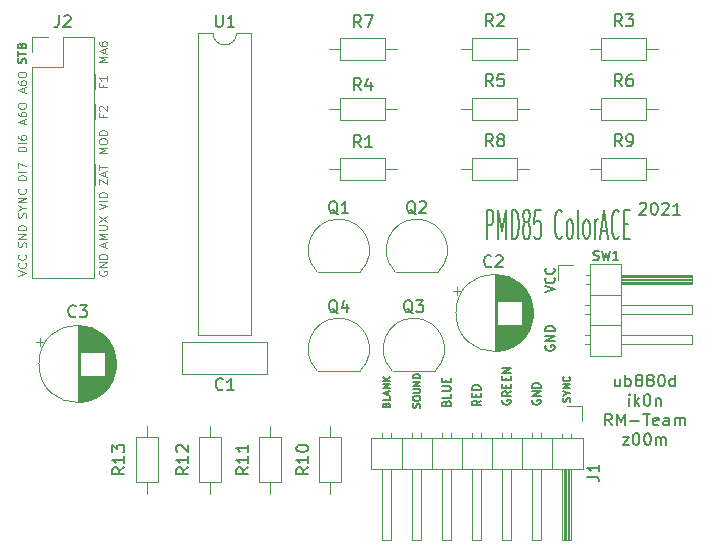
<source format=gbr>
%TF.GenerationSoftware,KiCad,Pcbnew,(5.1.9)-1*%
%TF.CreationDate,2021-05-20T14:34:39+02:00*%
%TF.ProjectId,ColorAce,436f6c6f-7241-4636-952e-6b696361645f,rev?*%
%TF.SameCoordinates,Original*%
%TF.FileFunction,Legend,Top*%
%TF.FilePolarity,Positive*%
%FSLAX46Y46*%
G04 Gerber Fmt 4.6, Leading zero omitted, Abs format (unit mm)*
G04 Created by KiCad (PCBNEW (5.1.9)-1) date 2021-05-20 14:34:39*
%MOMM*%
%LPD*%
G01*
G04 APERTURE LIST*
%ADD10C,0.150000*%
%ADD11C,0.125000*%
%ADD12C,0.120000*%
G04 APERTURE END LIST*
D10*
X134855000Y-120624523D02*
X134816904Y-120700714D01*
X134816904Y-120815000D01*
X134855000Y-120929285D01*
X134931190Y-121005476D01*
X135007380Y-121043571D01*
X135159761Y-121081666D01*
X135274047Y-121081666D01*
X135426428Y-121043571D01*
X135502619Y-121005476D01*
X135578809Y-120929285D01*
X135616904Y-120815000D01*
X135616904Y-120738809D01*
X135578809Y-120624523D01*
X135540714Y-120586428D01*
X135274047Y-120586428D01*
X135274047Y-120738809D01*
X135616904Y-120243571D02*
X134816904Y-120243571D01*
X135616904Y-119786428D01*
X134816904Y-119786428D01*
X135616904Y-119405476D02*
X134816904Y-119405476D01*
X134816904Y-119215000D01*
X134855000Y-119100714D01*
X134931190Y-119024523D01*
X135007380Y-118986428D01*
X135159761Y-118948333D01*
X135274047Y-118948333D01*
X135426428Y-118986428D01*
X135502619Y-119024523D01*
X135578809Y-119100714D01*
X135616904Y-119215000D01*
X135616904Y-119405476D01*
X134816904Y-116128666D02*
X135616904Y-115862000D01*
X134816904Y-115595333D01*
X135540714Y-114871523D02*
X135578809Y-114909619D01*
X135616904Y-115023904D01*
X135616904Y-115100095D01*
X135578809Y-115214380D01*
X135502619Y-115290571D01*
X135426428Y-115328666D01*
X135274047Y-115366761D01*
X135159761Y-115366761D01*
X135007380Y-115328666D01*
X134931190Y-115290571D01*
X134855000Y-115214380D01*
X134816904Y-115100095D01*
X134816904Y-115023904D01*
X134855000Y-114909619D01*
X134893095Y-114871523D01*
X135540714Y-114071523D02*
X135578809Y-114109619D01*
X135616904Y-114223904D01*
X135616904Y-114300095D01*
X135578809Y-114414380D01*
X135502619Y-114490571D01*
X135426428Y-114528666D01*
X135274047Y-114566761D01*
X135159761Y-114566761D01*
X135007380Y-114528666D01*
X134931190Y-114490571D01*
X134855000Y-114414380D01*
X134816904Y-114300095D01*
X134816904Y-114223904D01*
X134855000Y-114109619D01*
X134893095Y-114071523D01*
X136894857Y-125375857D02*
X136923428Y-125290142D01*
X136923428Y-125147285D01*
X136894857Y-125090142D01*
X136866285Y-125061571D01*
X136809142Y-125033000D01*
X136752000Y-125033000D01*
X136694857Y-125061571D01*
X136666285Y-125090142D01*
X136637714Y-125147285D01*
X136609142Y-125261571D01*
X136580571Y-125318714D01*
X136552000Y-125347285D01*
X136494857Y-125375857D01*
X136437714Y-125375857D01*
X136380571Y-125347285D01*
X136352000Y-125318714D01*
X136323428Y-125261571D01*
X136323428Y-125118714D01*
X136352000Y-125033000D01*
X136637714Y-124661571D02*
X136923428Y-124661571D01*
X136323428Y-124861571D02*
X136637714Y-124661571D01*
X136323428Y-124461571D01*
X136923428Y-124261571D02*
X136323428Y-124261571D01*
X136923428Y-123918714D01*
X136323428Y-123918714D01*
X136866285Y-123290142D02*
X136894857Y-123318714D01*
X136923428Y-123404428D01*
X136923428Y-123461571D01*
X136894857Y-123547285D01*
X136837714Y-123604428D01*
X136780571Y-123633000D01*
X136666285Y-123661571D01*
X136580571Y-123661571D01*
X136466285Y-123633000D01*
X136409142Y-123604428D01*
X136352000Y-123547285D01*
X136323428Y-123461571D01*
X136323428Y-123404428D01*
X136352000Y-123318714D01*
X136380571Y-123290142D01*
X133762000Y-125247333D02*
X133728666Y-125314000D01*
X133728666Y-125414000D01*
X133762000Y-125514000D01*
X133828666Y-125580666D01*
X133895333Y-125614000D01*
X134028666Y-125647333D01*
X134128666Y-125647333D01*
X134262000Y-125614000D01*
X134328666Y-125580666D01*
X134395333Y-125514000D01*
X134428666Y-125414000D01*
X134428666Y-125347333D01*
X134395333Y-125247333D01*
X134362000Y-125214000D01*
X134128666Y-125214000D01*
X134128666Y-125347333D01*
X134428666Y-124914000D02*
X133728666Y-124914000D01*
X134428666Y-124514000D01*
X133728666Y-124514000D01*
X134428666Y-124180666D02*
X133728666Y-124180666D01*
X133728666Y-124014000D01*
X133762000Y-123914000D01*
X133828666Y-123847333D01*
X133895333Y-123814000D01*
X134028666Y-123780666D01*
X134128666Y-123780666D01*
X134262000Y-123814000D01*
X134328666Y-123847333D01*
X134395333Y-123914000D01*
X134428666Y-124014000D01*
X134428666Y-124180666D01*
X121369142Y-125658428D02*
X121397714Y-125572714D01*
X121426285Y-125544142D01*
X121483428Y-125515571D01*
X121569142Y-125515571D01*
X121626285Y-125544142D01*
X121654857Y-125572714D01*
X121683428Y-125629857D01*
X121683428Y-125858428D01*
X121083428Y-125858428D01*
X121083428Y-125658428D01*
X121112000Y-125601285D01*
X121140571Y-125572714D01*
X121197714Y-125544142D01*
X121254857Y-125544142D01*
X121312000Y-125572714D01*
X121340571Y-125601285D01*
X121369142Y-125658428D01*
X121369142Y-125858428D01*
X121683428Y-124972714D02*
X121683428Y-125258428D01*
X121083428Y-125258428D01*
X121512000Y-124801285D02*
X121512000Y-124515571D01*
X121683428Y-124858428D02*
X121083428Y-124658428D01*
X121683428Y-124458428D01*
X121683428Y-124258428D02*
X121083428Y-124258428D01*
X121683428Y-123915571D01*
X121083428Y-123915571D01*
X121683428Y-123629857D02*
X121083428Y-123629857D01*
X121683428Y-123287000D02*
X121340571Y-123544142D01*
X121083428Y-123287000D02*
X121426285Y-123629857D01*
X124194857Y-125874285D02*
X124223428Y-125788571D01*
X124223428Y-125645714D01*
X124194857Y-125588571D01*
X124166285Y-125560000D01*
X124109142Y-125531428D01*
X124052000Y-125531428D01*
X123994857Y-125560000D01*
X123966285Y-125588571D01*
X123937714Y-125645714D01*
X123909142Y-125760000D01*
X123880571Y-125817142D01*
X123852000Y-125845714D01*
X123794857Y-125874285D01*
X123737714Y-125874285D01*
X123680571Y-125845714D01*
X123652000Y-125817142D01*
X123623428Y-125760000D01*
X123623428Y-125617142D01*
X123652000Y-125531428D01*
X123623428Y-125160000D02*
X123623428Y-125045714D01*
X123652000Y-124988571D01*
X123709142Y-124931428D01*
X123823428Y-124902857D01*
X124023428Y-124902857D01*
X124137714Y-124931428D01*
X124194857Y-124988571D01*
X124223428Y-125045714D01*
X124223428Y-125160000D01*
X124194857Y-125217142D01*
X124137714Y-125274285D01*
X124023428Y-125302857D01*
X123823428Y-125302857D01*
X123709142Y-125274285D01*
X123652000Y-125217142D01*
X123623428Y-125160000D01*
X123623428Y-124645714D02*
X124109142Y-124645714D01*
X124166285Y-124617142D01*
X124194857Y-124588571D01*
X124223428Y-124531428D01*
X124223428Y-124417142D01*
X124194857Y-124360000D01*
X124166285Y-124331428D01*
X124109142Y-124302857D01*
X123623428Y-124302857D01*
X124223428Y-124017142D02*
X123623428Y-124017142D01*
X124223428Y-123674285D01*
X123623428Y-123674285D01*
X124223428Y-123388571D02*
X123623428Y-123388571D01*
X123623428Y-123245714D01*
X123652000Y-123160000D01*
X123709142Y-123102857D01*
X123766285Y-123074285D01*
X123880571Y-123045714D01*
X123966285Y-123045714D01*
X124080571Y-123074285D01*
X124137714Y-123102857D01*
X124194857Y-123160000D01*
X124223428Y-123245714D01*
X124223428Y-123388571D01*
X126442000Y-125503666D02*
X126475333Y-125403666D01*
X126508666Y-125370333D01*
X126575333Y-125337000D01*
X126675333Y-125337000D01*
X126742000Y-125370333D01*
X126775333Y-125403666D01*
X126808666Y-125470333D01*
X126808666Y-125737000D01*
X126108666Y-125737000D01*
X126108666Y-125503666D01*
X126142000Y-125437000D01*
X126175333Y-125403666D01*
X126242000Y-125370333D01*
X126308666Y-125370333D01*
X126375333Y-125403666D01*
X126408666Y-125437000D01*
X126442000Y-125503666D01*
X126442000Y-125737000D01*
X126808666Y-124703666D02*
X126808666Y-125037000D01*
X126108666Y-125037000D01*
X126108666Y-124470333D02*
X126675333Y-124470333D01*
X126742000Y-124437000D01*
X126775333Y-124403666D01*
X126808666Y-124337000D01*
X126808666Y-124203666D01*
X126775333Y-124137000D01*
X126742000Y-124103666D01*
X126675333Y-124070333D01*
X126108666Y-124070333D01*
X126442000Y-123737000D02*
X126442000Y-123503666D01*
X126808666Y-123403666D02*
X126808666Y-123737000D01*
X126108666Y-123737000D01*
X126108666Y-123403666D01*
X131222000Y-125245666D02*
X131188666Y-125312333D01*
X131188666Y-125412333D01*
X131222000Y-125512333D01*
X131288666Y-125579000D01*
X131355333Y-125612333D01*
X131488666Y-125645666D01*
X131588666Y-125645666D01*
X131722000Y-125612333D01*
X131788666Y-125579000D01*
X131855333Y-125512333D01*
X131888666Y-125412333D01*
X131888666Y-125345666D01*
X131855333Y-125245666D01*
X131822000Y-125212333D01*
X131588666Y-125212333D01*
X131588666Y-125345666D01*
X131888666Y-124512333D02*
X131555333Y-124745666D01*
X131888666Y-124912333D02*
X131188666Y-124912333D01*
X131188666Y-124645666D01*
X131222000Y-124579000D01*
X131255333Y-124545666D01*
X131322000Y-124512333D01*
X131422000Y-124512333D01*
X131488666Y-124545666D01*
X131522000Y-124579000D01*
X131555333Y-124645666D01*
X131555333Y-124912333D01*
X131522000Y-124212333D02*
X131522000Y-123979000D01*
X131888666Y-123879000D02*
X131888666Y-124212333D01*
X131188666Y-124212333D01*
X131188666Y-123879000D01*
X131522000Y-123579000D02*
X131522000Y-123345666D01*
X131888666Y-123245666D02*
X131888666Y-123579000D01*
X131188666Y-123579000D01*
X131188666Y-123245666D01*
X131888666Y-122945666D02*
X131188666Y-122945666D01*
X131888666Y-122545666D01*
X131188666Y-122545666D01*
X129348666Y-125291000D02*
X129015333Y-125524333D01*
X129348666Y-125691000D02*
X128648666Y-125691000D01*
X128648666Y-125424333D01*
X128682000Y-125357666D01*
X128715333Y-125324333D01*
X128782000Y-125291000D01*
X128882000Y-125291000D01*
X128948666Y-125324333D01*
X128982000Y-125357666D01*
X129015333Y-125424333D01*
X129015333Y-125691000D01*
X128982000Y-124991000D02*
X128982000Y-124757666D01*
X129348666Y-124657666D02*
X129348666Y-124991000D01*
X128648666Y-124991000D01*
X128648666Y-124657666D01*
X129348666Y-124357666D02*
X128648666Y-124357666D01*
X128648666Y-124191000D01*
X128682000Y-124091000D01*
X128748666Y-124024333D01*
X128815333Y-123991000D01*
X128948666Y-123957666D01*
X129048666Y-123957666D01*
X129182000Y-123991000D01*
X129248666Y-124024333D01*
X129315333Y-124091000D01*
X129348666Y-124191000D01*
X129348666Y-124357666D01*
X90834333Y-96701666D02*
X90867666Y-96601666D01*
X90867666Y-96435000D01*
X90834333Y-96368333D01*
X90801000Y-96335000D01*
X90734333Y-96301666D01*
X90667666Y-96301666D01*
X90601000Y-96335000D01*
X90567666Y-96368333D01*
X90534333Y-96435000D01*
X90501000Y-96568333D01*
X90467666Y-96635000D01*
X90434333Y-96668333D01*
X90367666Y-96701666D01*
X90301000Y-96701666D01*
X90234333Y-96668333D01*
X90201000Y-96635000D01*
X90167666Y-96568333D01*
X90167666Y-96401666D01*
X90201000Y-96301666D01*
X90167666Y-96101666D02*
X90167666Y-95701666D01*
X90867666Y-95901666D02*
X90167666Y-95901666D01*
X90501000Y-95235000D02*
X90534333Y-95135000D01*
X90567666Y-95101666D01*
X90634333Y-95068333D01*
X90734333Y-95068333D01*
X90801000Y-95101666D01*
X90834333Y-95135000D01*
X90867666Y-95201666D01*
X90867666Y-95468333D01*
X90167666Y-95468333D01*
X90167666Y-95235000D01*
X90201000Y-95168333D01*
X90234333Y-95135000D01*
X90301000Y-95101666D01*
X90367666Y-95101666D01*
X90434333Y-95135000D01*
X90467666Y-95168333D01*
X90501000Y-95235000D01*
X90501000Y-95468333D01*
D11*
X90667666Y-99164666D02*
X90667666Y-98831333D01*
X90867666Y-99231333D02*
X90167666Y-98998000D01*
X90867666Y-98764666D01*
X90167666Y-98231333D02*
X90167666Y-98364666D01*
X90201000Y-98431333D01*
X90234333Y-98464666D01*
X90334333Y-98531333D01*
X90467666Y-98564666D01*
X90734333Y-98564666D01*
X90801000Y-98531333D01*
X90834333Y-98498000D01*
X90867666Y-98431333D01*
X90867666Y-98298000D01*
X90834333Y-98231333D01*
X90801000Y-98198000D01*
X90734333Y-98164666D01*
X90567666Y-98164666D01*
X90501000Y-98198000D01*
X90467666Y-98231333D01*
X90434333Y-98298000D01*
X90434333Y-98431333D01*
X90467666Y-98498000D01*
X90501000Y-98531333D01*
X90567666Y-98564666D01*
X90167666Y-97731333D02*
X90167666Y-97598000D01*
X90201000Y-97531333D01*
X90267666Y-97464666D01*
X90401000Y-97431333D01*
X90634333Y-97431333D01*
X90767666Y-97464666D01*
X90834333Y-97531333D01*
X90867666Y-97598000D01*
X90867666Y-97731333D01*
X90834333Y-97798000D01*
X90767666Y-97864666D01*
X90634333Y-97898000D01*
X90401000Y-97898000D01*
X90267666Y-97864666D01*
X90201000Y-97798000D01*
X90167666Y-97731333D01*
X90667666Y-101831666D02*
X90667666Y-101498333D01*
X90867666Y-101898333D02*
X90167666Y-101665000D01*
X90867666Y-101431666D01*
X90167666Y-100898333D02*
X90167666Y-101031666D01*
X90201000Y-101098333D01*
X90234333Y-101131666D01*
X90334333Y-101198333D01*
X90467666Y-101231666D01*
X90734333Y-101231666D01*
X90801000Y-101198333D01*
X90834333Y-101165000D01*
X90867666Y-101098333D01*
X90867666Y-100965000D01*
X90834333Y-100898333D01*
X90801000Y-100865000D01*
X90734333Y-100831666D01*
X90567666Y-100831666D01*
X90501000Y-100865000D01*
X90467666Y-100898333D01*
X90434333Y-100965000D01*
X90434333Y-101098333D01*
X90467666Y-101165000D01*
X90501000Y-101198333D01*
X90567666Y-101231666D01*
X90167666Y-100398333D02*
X90167666Y-100265000D01*
X90201000Y-100198333D01*
X90267666Y-100131666D01*
X90401000Y-100098333D01*
X90634333Y-100098333D01*
X90767666Y-100131666D01*
X90834333Y-100198333D01*
X90867666Y-100265000D01*
X90867666Y-100398333D01*
X90834333Y-100465000D01*
X90767666Y-100531666D01*
X90634333Y-100565000D01*
X90401000Y-100565000D01*
X90267666Y-100531666D01*
X90201000Y-100465000D01*
X90167666Y-100398333D01*
X90867666Y-104188333D02*
X90167666Y-104188333D01*
X90167666Y-104021666D01*
X90201000Y-103921666D01*
X90267666Y-103855000D01*
X90334333Y-103821666D01*
X90467666Y-103788333D01*
X90567666Y-103788333D01*
X90701000Y-103821666D01*
X90767666Y-103855000D01*
X90834333Y-103921666D01*
X90867666Y-104021666D01*
X90867666Y-104188333D01*
X90867666Y-103488333D02*
X90167666Y-103488333D01*
X90167666Y-102855000D02*
X90167666Y-102988333D01*
X90201000Y-103055000D01*
X90234333Y-103088333D01*
X90334333Y-103155000D01*
X90467666Y-103188333D01*
X90734333Y-103188333D01*
X90801000Y-103155000D01*
X90834333Y-103121666D01*
X90867666Y-103055000D01*
X90867666Y-102921666D01*
X90834333Y-102855000D01*
X90801000Y-102821666D01*
X90734333Y-102788333D01*
X90567666Y-102788333D01*
X90501000Y-102821666D01*
X90467666Y-102855000D01*
X90434333Y-102921666D01*
X90434333Y-103055000D01*
X90467666Y-103121666D01*
X90501000Y-103155000D01*
X90567666Y-103188333D01*
X90867666Y-106601333D02*
X90167666Y-106601333D01*
X90167666Y-106434666D01*
X90201000Y-106334666D01*
X90267666Y-106268000D01*
X90334333Y-106234666D01*
X90467666Y-106201333D01*
X90567666Y-106201333D01*
X90701000Y-106234666D01*
X90767666Y-106268000D01*
X90834333Y-106334666D01*
X90867666Y-106434666D01*
X90867666Y-106601333D01*
X90867666Y-105901333D02*
X90167666Y-105901333D01*
X90167666Y-105634666D02*
X90167666Y-105168000D01*
X90867666Y-105468000D01*
X90834333Y-109801666D02*
X90867666Y-109701666D01*
X90867666Y-109535000D01*
X90834333Y-109468333D01*
X90801000Y-109435000D01*
X90734333Y-109401666D01*
X90667666Y-109401666D01*
X90601000Y-109435000D01*
X90567666Y-109468333D01*
X90534333Y-109535000D01*
X90501000Y-109668333D01*
X90467666Y-109735000D01*
X90434333Y-109768333D01*
X90367666Y-109801666D01*
X90301000Y-109801666D01*
X90234333Y-109768333D01*
X90201000Y-109735000D01*
X90167666Y-109668333D01*
X90167666Y-109501666D01*
X90201000Y-109401666D01*
X90534333Y-108968333D02*
X90867666Y-108968333D01*
X90167666Y-109201666D02*
X90534333Y-108968333D01*
X90167666Y-108735000D01*
X90867666Y-108501666D02*
X90167666Y-108501666D01*
X90867666Y-108101666D01*
X90167666Y-108101666D01*
X90801000Y-107368333D02*
X90834333Y-107401666D01*
X90867666Y-107501666D01*
X90867666Y-107568333D01*
X90834333Y-107668333D01*
X90767666Y-107735000D01*
X90701000Y-107768333D01*
X90567666Y-107801666D01*
X90467666Y-107801666D01*
X90334333Y-107768333D01*
X90267666Y-107735000D01*
X90201000Y-107668333D01*
X90167666Y-107568333D01*
X90167666Y-107501666D01*
X90201000Y-107401666D01*
X90234333Y-107368333D01*
X90834333Y-112295666D02*
X90867666Y-112195666D01*
X90867666Y-112029000D01*
X90834333Y-111962333D01*
X90801000Y-111929000D01*
X90734333Y-111895666D01*
X90667666Y-111895666D01*
X90601000Y-111929000D01*
X90567666Y-111962333D01*
X90534333Y-112029000D01*
X90501000Y-112162333D01*
X90467666Y-112229000D01*
X90434333Y-112262333D01*
X90367666Y-112295666D01*
X90301000Y-112295666D01*
X90234333Y-112262333D01*
X90201000Y-112229000D01*
X90167666Y-112162333D01*
X90167666Y-111995666D01*
X90201000Y-111895666D01*
X90867666Y-111595666D02*
X90167666Y-111595666D01*
X90867666Y-111195666D01*
X90167666Y-111195666D01*
X90867666Y-110862333D02*
X90167666Y-110862333D01*
X90167666Y-110695666D01*
X90201000Y-110595666D01*
X90267666Y-110529000D01*
X90334333Y-110495666D01*
X90467666Y-110462333D01*
X90567666Y-110462333D01*
X90701000Y-110495666D01*
X90767666Y-110529000D01*
X90834333Y-110595666D01*
X90867666Y-110695666D01*
X90867666Y-110862333D01*
X90167666Y-114725333D02*
X90867666Y-114492000D01*
X90167666Y-114258666D01*
X90801000Y-113625333D02*
X90834333Y-113658666D01*
X90867666Y-113758666D01*
X90867666Y-113825333D01*
X90834333Y-113925333D01*
X90767666Y-113992000D01*
X90701000Y-114025333D01*
X90567666Y-114058666D01*
X90467666Y-114058666D01*
X90334333Y-114025333D01*
X90267666Y-113992000D01*
X90201000Y-113925333D01*
X90167666Y-113825333D01*
X90167666Y-113758666D01*
X90201000Y-113658666D01*
X90234333Y-113625333D01*
X90801000Y-112925333D02*
X90834333Y-112958666D01*
X90867666Y-113058666D01*
X90867666Y-113125333D01*
X90834333Y-113225333D01*
X90767666Y-113292000D01*
X90701000Y-113325333D01*
X90567666Y-113358666D01*
X90467666Y-113358666D01*
X90334333Y-113325333D01*
X90267666Y-113292000D01*
X90201000Y-113225333D01*
X90167666Y-113125333D01*
X90167666Y-113058666D01*
X90201000Y-112958666D01*
X90234333Y-112925333D01*
X97059000Y-114325333D02*
X97025666Y-114392000D01*
X97025666Y-114492000D01*
X97059000Y-114592000D01*
X97125666Y-114658666D01*
X97192333Y-114692000D01*
X97325666Y-114725333D01*
X97425666Y-114725333D01*
X97559000Y-114692000D01*
X97625666Y-114658666D01*
X97692333Y-114592000D01*
X97725666Y-114492000D01*
X97725666Y-114425333D01*
X97692333Y-114325333D01*
X97659000Y-114292000D01*
X97425666Y-114292000D01*
X97425666Y-114425333D01*
X97725666Y-113992000D02*
X97025666Y-113992000D01*
X97725666Y-113592000D01*
X97025666Y-113592000D01*
X97725666Y-113258666D02*
X97025666Y-113258666D01*
X97025666Y-113092000D01*
X97059000Y-112992000D01*
X97125666Y-112925333D01*
X97192333Y-112892000D01*
X97325666Y-112858666D01*
X97425666Y-112858666D01*
X97559000Y-112892000D01*
X97625666Y-112925333D01*
X97692333Y-112992000D01*
X97725666Y-113092000D01*
X97725666Y-113258666D01*
X97525666Y-112264666D02*
X97525666Y-111931333D01*
X97725666Y-112331333D02*
X97025666Y-112098000D01*
X97725666Y-111864666D01*
X97725666Y-111631333D02*
X97025666Y-111631333D01*
X97525666Y-111398000D01*
X97025666Y-111164666D01*
X97725666Y-111164666D01*
X97025666Y-110831333D02*
X97592333Y-110831333D01*
X97659000Y-110798000D01*
X97692333Y-110764666D01*
X97725666Y-110698000D01*
X97725666Y-110564666D01*
X97692333Y-110498000D01*
X97659000Y-110464666D01*
X97592333Y-110431333D01*
X97025666Y-110431333D01*
X97025666Y-110164666D02*
X97725666Y-109698000D01*
X97025666Y-109698000D02*
X97725666Y-110164666D01*
X97025666Y-109081000D02*
X97725666Y-108847666D01*
X97025666Y-108614333D01*
X97725666Y-108381000D02*
X97025666Y-108381000D01*
X97725666Y-108047666D02*
X97025666Y-108047666D01*
X97025666Y-107881000D01*
X97059000Y-107781000D01*
X97125666Y-107714333D01*
X97192333Y-107681000D01*
X97325666Y-107647666D01*
X97425666Y-107647666D01*
X97559000Y-107681000D01*
X97625666Y-107714333D01*
X97692333Y-107781000D01*
X97725666Y-107881000D01*
X97725666Y-108047666D01*
X96742500Y-107072000D02*
X96742500Y-106405333D01*
X97025666Y-106972000D02*
X97025666Y-106505333D01*
X97725666Y-106972000D01*
X97725666Y-106505333D01*
X96742500Y-106405333D02*
X96742500Y-105805333D01*
X97525666Y-106272000D02*
X97525666Y-105938666D01*
X97725666Y-106338666D02*
X97025666Y-106105333D01*
X97725666Y-105872000D01*
X96742500Y-105805333D02*
X96742500Y-105272000D01*
X97025666Y-105738666D02*
X97025666Y-105338666D01*
X97725666Y-105538666D02*
X97025666Y-105538666D01*
X97725666Y-104328000D02*
X97025666Y-104328000D01*
X97525666Y-104094666D01*
X97025666Y-103861333D01*
X97725666Y-103861333D01*
X97025666Y-103394666D02*
X97025666Y-103261333D01*
X97059000Y-103194666D01*
X97125666Y-103128000D01*
X97259000Y-103094666D01*
X97492333Y-103094666D01*
X97625666Y-103128000D01*
X97692333Y-103194666D01*
X97725666Y-103261333D01*
X97725666Y-103394666D01*
X97692333Y-103461333D01*
X97625666Y-103528000D01*
X97492333Y-103561333D01*
X97259000Y-103561333D01*
X97125666Y-103528000D01*
X97059000Y-103461333D01*
X97025666Y-103394666D01*
X97725666Y-102794666D02*
X97025666Y-102794666D01*
X97025666Y-102628000D01*
X97059000Y-102528000D01*
X97125666Y-102461333D01*
X97192333Y-102428000D01*
X97325666Y-102394666D01*
X97425666Y-102394666D01*
X97559000Y-102428000D01*
X97625666Y-102461333D01*
X97692333Y-102528000D01*
X97725666Y-102628000D01*
X97725666Y-102794666D01*
X96742500Y-101471333D02*
X96742500Y-100871333D01*
X97359000Y-101071333D02*
X97359000Y-101304666D01*
X97725666Y-101304666D02*
X97025666Y-101304666D01*
X97025666Y-100971333D01*
X96742500Y-100871333D02*
X96742500Y-100204666D01*
X97092333Y-100738000D02*
X97059000Y-100704666D01*
X97025666Y-100638000D01*
X97025666Y-100471333D01*
X97059000Y-100404666D01*
X97092333Y-100371333D01*
X97159000Y-100338000D01*
X97225666Y-100338000D01*
X97325666Y-100371333D01*
X97725666Y-100771333D01*
X97725666Y-100338000D01*
X96742500Y-98931333D02*
X96742500Y-98331333D01*
X97359000Y-98531333D02*
X97359000Y-98764666D01*
X97725666Y-98764666D02*
X97025666Y-98764666D01*
X97025666Y-98431333D01*
X96742500Y-98331333D02*
X96742500Y-97664666D01*
X97725666Y-97798000D02*
X97725666Y-98198000D01*
X97725666Y-97998000D02*
X97025666Y-97998000D01*
X97125666Y-98064666D01*
X97192333Y-98131333D01*
X97225666Y-98198000D01*
X97725666Y-96624666D02*
X97025666Y-96624666D01*
X97525666Y-96391333D01*
X97025666Y-96158000D01*
X97725666Y-96158000D01*
X97525666Y-95858000D02*
X97525666Y-95524666D01*
X97725666Y-95924666D02*
X97025666Y-95691333D01*
X97725666Y-95458000D01*
X97025666Y-94924666D02*
X97025666Y-95058000D01*
X97059000Y-95124666D01*
X97092333Y-95158000D01*
X97192333Y-95224666D01*
X97325666Y-95258000D01*
X97592333Y-95258000D01*
X97659000Y-95224666D01*
X97692333Y-95191333D01*
X97725666Y-95124666D01*
X97725666Y-94991333D01*
X97692333Y-94924666D01*
X97659000Y-94891333D01*
X97592333Y-94858000D01*
X97425666Y-94858000D01*
X97359000Y-94891333D01*
X97325666Y-94924666D01*
X97292333Y-94991333D01*
X97292333Y-95124666D01*
X97325666Y-95191333D01*
X97359000Y-95224666D01*
X97425666Y-95258000D01*
D10*
X142811714Y-108640619D02*
X142859333Y-108593000D01*
X142954571Y-108545380D01*
X143192666Y-108545380D01*
X143287904Y-108593000D01*
X143335523Y-108640619D01*
X143383142Y-108735857D01*
X143383142Y-108831095D01*
X143335523Y-108973952D01*
X142764095Y-109545380D01*
X143383142Y-109545380D01*
X144002190Y-108545380D02*
X144097428Y-108545380D01*
X144192666Y-108593000D01*
X144240285Y-108640619D01*
X144287904Y-108735857D01*
X144335523Y-108926333D01*
X144335523Y-109164428D01*
X144287904Y-109354904D01*
X144240285Y-109450142D01*
X144192666Y-109497761D01*
X144097428Y-109545380D01*
X144002190Y-109545380D01*
X143906952Y-109497761D01*
X143859333Y-109450142D01*
X143811714Y-109354904D01*
X143764095Y-109164428D01*
X143764095Y-108926333D01*
X143811714Y-108735857D01*
X143859333Y-108640619D01*
X143906952Y-108593000D01*
X144002190Y-108545380D01*
X144716476Y-108640619D02*
X144764095Y-108593000D01*
X144859333Y-108545380D01*
X145097428Y-108545380D01*
X145192666Y-108593000D01*
X145240285Y-108640619D01*
X145287904Y-108735857D01*
X145287904Y-108831095D01*
X145240285Y-108973952D01*
X144668857Y-109545380D01*
X145287904Y-109545380D01*
X146240285Y-109545380D02*
X145668857Y-109545380D01*
X145954571Y-109545380D02*
X145954571Y-108545380D01*
X145859333Y-108688238D01*
X145764095Y-108783476D01*
X145668857Y-108831095D01*
X141136952Y-123421714D02*
X141136952Y-124088380D01*
X140708380Y-123421714D02*
X140708380Y-123945523D01*
X140756000Y-124040761D01*
X140851238Y-124088380D01*
X140994095Y-124088380D01*
X141089333Y-124040761D01*
X141136952Y-123993142D01*
X141613142Y-124088380D02*
X141613142Y-123088380D01*
X141613142Y-123469333D02*
X141708380Y-123421714D01*
X141898857Y-123421714D01*
X141994095Y-123469333D01*
X142041714Y-123516952D01*
X142089333Y-123612190D01*
X142089333Y-123897904D01*
X142041714Y-123993142D01*
X141994095Y-124040761D01*
X141898857Y-124088380D01*
X141708380Y-124088380D01*
X141613142Y-124040761D01*
X142660761Y-123516952D02*
X142565523Y-123469333D01*
X142517904Y-123421714D01*
X142470285Y-123326476D01*
X142470285Y-123278857D01*
X142517904Y-123183619D01*
X142565523Y-123136000D01*
X142660761Y-123088380D01*
X142851238Y-123088380D01*
X142946476Y-123136000D01*
X142994095Y-123183619D01*
X143041714Y-123278857D01*
X143041714Y-123326476D01*
X142994095Y-123421714D01*
X142946476Y-123469333D01*
X142851238Y-123516952D01*
X142660761Y-123516952D01*
X142565523Y-123564571D01*
X142517904Y-123612190D01*
X142470285Y-123707428D01*
X142470285Y-123897904D01*
X142517904Y-123993142D01*
X142565523Y-124040761D01*
X142660761Y-124088380D01*
X142851238Y-124088380D01*
X142946476Y-124040761D01*
X142994095Y-123993142D01*
X143041714Y-123897904D01*
X143041714Y-123707428D01*
X142994095Y-123612190D01*
X142946476Y-123564571D01*
X142851238Y-123516952D01*
X143613142Y-123516952D02*
X143517904Y-123469333D01*
X143470285Y-123421714D01*
X143422666Y-123326476D01*
X143422666Y-123278857D01*
X143470285Y-123183619D01*
X143517904Y-123136000D01*
X143613142Y-123088380D01*
X143803619Y-123088380D01*
X143898857Y-123136000D01*
X143946476Y-123183619D01*
X143994095Y-123278857D01*
X143994095Y-123326476D01*
X143946476Y-123421714D01*
X143898857Y-123469333D01*
X143803619Y-123516952D01*
X143613142Y-123516952D01*
X143517904Y-123564571D01*
X143470285Y-123612190D01*
X143422666Y-123707428D01*
X143422666Y-123897904D01*
X143470285Y-123993142D01*
X143517904Y-124040761D01*
X143613142Y-124088380D01*
X143803619Y-124088380D01*
X143898857Y-124040761D01*
X143946476Y-123993142D01*
X143994095Y-123897904D01*
X143994095Y-123707428D01*
X143946476Y-123612190D01*
X143898857Y-123564571D01*
X143803619Y-123516952D01*
X144613142Y-123088380D02*
X144708380Y-123088380D01*
X144803619Y-123136000D01*
X144851238Y-123183619D01*
X144898857Y-123278857D01*
X144946476Y-123469333D01*
X144946476Y-123707428D01*
X144898857Y-123897904D01*
X144851238Y-123993142D01*
X144803619Y-124040761D01*
X144708380Y-124088380D01*
X144613142Y-124088380D01*
X144517904Y-124040761D01*
X144470285Y-123993142D01*
X144422666Y-123897904D01*
X144375047Y-123707428D01*
X144375047Y-123469333D01*
X144422666Y-123278857D01*
X144470285Y-123183619D01*
X144517904Y-123136000D01*
X144613142Y-123088380D01*
X145803619Y-124088380D02*
X145803619Y-123088380D01*
X145803619Y-124040761D02*
X145708380Y-124088380D01*
X145517904Y-124088380D01*
X145422666Y-124040761D01*
X145375047Y-123993142D01*
X145327428Y-123897904D01*
X145327428Y-123612190D01*
X145375047Y-123516952D01*
X145422666Y-123469333D01*
X145517904Y-123421714D01*
X145708380Y-123421714D01*
X145803619Y-123469333D01*
X141922666Y-125738380D02*
X141922666Y-125071714D01*
X141922666Y-124738380D02*
X141875047Y-124786000D01*
X141922666Y-124833619D01*
X141970285Y-124786000D01*
X141922666Y-124738380D01*
X141922666Y-124833619D01*
X142398857Y-125738380D02*
X142398857Y-124738380D01*
X142494095Y-125357428D02*
X142779809Y-125738380D01*
X142779809Y-125071714D02*
X142398857Y-125452666D01*
X143398857Y-124738380D02*
X143494095Y-124738380D01*
X143589333Y-124786000D01*
X143636952Y-124833619D01*
X143684571Y-124928857D01*
X143732190Y-125119333D01*
X143732190Y-125357428D01*
X143684571Y-125547904D01*
X143636952Y-125643142D01*
X143589333Y-125690761D01*
X143494095Y-125738380D01*
X143398857Y-125738380D01*
X143303619Y-125690761D01*
X143256000Y-125643142D01*
X143208380Y-125547904D01*
X143160761Y-125357428D01*
X143160761Y-125119333D01*
X143208380Y-124928857D01*
X143256000Y-124833619D01*
X143303619Y-124786000D01*
X143398857Y-124738380D01*
X144160761Y-125071714D02*
X144160761Y-125738380D01*
X144160761Y-125166952D02*
X144208380Y-125119333D01*
X144303619Y-125071714D01*
X144446476Y-125071714D01*
X144541714Y-125119333D01*
X144589333Y-125214571D01*
X144589333Y-125738380D01*
X140446476Y-127388380D02*
X140113142Y-126912190D01*
X139875047Y-127388380D02*
X139875047Y-126388380D01*
X140256000Y-126388380D01*
X140351238Y-126436000D01*
X140398857Y-126483619D01*
X140446476Y-126578857D01*
X140446476Y-126721714D01*
X140398857Y-126816952D01*
X140351238Y-126864571D01*
X140256000Y-126912190D01*
X139875047Y-126912190D01*
X140875047Y-127388380D02*
X140875047Y-126388380D01*
X141208380Y-127102666D01*
X141541714Y-126388380D01*
X141541714Y-127388380D01*
X142017904Y-127007428D02*
X142779809Y-127007428D01*
X143113142Y-126388380D02*
X143684571Y-126388380D01*
X143398857Y-127388380D02*
X143398857Y-126388380D01*
X144398857Y-127340761D02*
X144303619Y-127388380D01*
X144113142Y-127388380D01*
X144017904Y-127340761D01*
X143970285Y-127245523D01*
X143970285Y-126864571D01*
X144017904Y-126769333D01*
X144113142Y-126721714D01*
X144303619Y-126721714D01*
X144398857Y-126769333D01*
X144446476Y-126864571D01*
X144446476Y-126959809D01*
X143970285Y-127055047D01*
X145303619Y-127388380D02*
X145303619Y-126864571D01*
X145256000Y-126769333D01*
X145160761Y-126721714D01*
X144970285Y-126721714D01*
X144875047Y-126769333D01*
X145303619Y-127340761D02*
X145208380Y-127388380D01*
X144970285Y-127388380D01*
X144875047Y-127340761D01*
X144827428Y-127245523D01*
X144827428Y-127150285D01*
X144875047Y-127055047D01*
X144970285Y-127007428D01*
X145208380Y-127007428D01*
X145303619Y-126959809D01*
X145779809Y-127388380D02*
X145779809Y-126721714D01*
X145779809Y-126816952D02*
X145827428Y-126769333D01*
X145922666Y-126721714D01*
X146065523Y-126721714D01*
X146160761Y-126769333D01*
X146208380Y-126864571D01*
X146208380Y-127388380D01*
X146208380Y-126864571D02*
X146256000Y-126769333D01*
X146351238Y-126721714D01*
X146494095Y-126721714D01*
X146589333Y-126769333D01*
X146636952Y-126864571D01*
X146636952Y-127388380D01*
X141375047Y-128371714D02*
X141898857Y-128371714D01*
X141375047Y-129038380D01*
X141898857Y-129038380D01*
X142470285Y-128038380D02*
X142565523Y-128038380D01*
X142660761Y-128086000D01*
X142708380Y-128133619D01*
X142756000Y-128228857D01*
X142803619Y-128419333D01*
X142803619Y-128657428D01*
X142756000Y-128847904D01*
X142708380Y-128943142D01*
X142660761Y-128990761D01*
X142565523Y-129038380D01*
X142470285Y-129038380D01*
X142375047Y-128990761D01*
X142327428Y-128943142D01*
X142279809Y-128847904D01*
X142232190Y-128657428D01*
X142232190Y-128419333D01*
X142279809Y-128228857D01*
X142327428Y-128133619D01*
X142375047Y-128086000D01*
X142470285Y-128038380D01*
X143422666Y-128038380D02*
X143517904Y-128038380D01*
X143613142Y-128086000D01*
X143660761Y-128133619D01*
X143708380Y-128228857D01*
X143756000Y-128419333D01*
X143756000Y-128657428D01*
X143708380Y-128847904D01*
X143660761Y-128943142D01*
X143613142Y-128990761D01*
X143517904Y-129038380D01*
X143422666Y-129038380D01*
X143327428Y-128990761D01*
X143279809Y-128943142D01*
X143232190Y-128847904D01*
X143184571Y-128657428D01*
X143184571Y-128419333D01*
X143232190Y-128228857D01*
X143279809Y-128133619D01*
X143327428Y-128086000D01*
X143422666Y-128038380D01*
X144184571Y-129038380D02*
X144184571Y-128371714D01*
X144184571Y-128466952D02*
X144232190Y-128419333D01*
X144327428Y-128371714D01*
X144470285Y-128371714D01*
X144565523Y-128419333D01*
X144613142Y-128514571D01*
X144613142Y-129038380D01*
X144613142Y-128514571D02*
X144660761Y-128419333D01*
X144756000Y-128371714D01*
X144898857Y-128371714D01*
X144994095Y-128419333D01*
X145041714Y-128514571D01*
X145041714Y-129038380D01*
X129866190Y-111620952D02*
X129866190Y-109120952D01*
X130247142Y-109120952D01*
X130342380Y-109240000D01*
X130390000Y-109359047D01*
X130437619Y-109597142D01*
X130437619Y-109954285D01*
X130390000Y-110192380D01*
X130342380Y-110311428D01*
X130247142Y-110430476D01*
X129866190Y-110430476D01*
X130866190Y-111620952D02*
X130866190Y-109120952D01*
X131199523Y-110906666D01*
X131532857Y-109120952D01*
X131532857Y-111620952D01*
X132009047Y-111620952D02*
X132009047Y-109120952D01*
X132247142Y-109120952D01*
X132390000Y-109240000D01*
X132485238Y-109478095D01*
X132532857Y-109716190D01*
X132580476Y-110192380D01*
X132580476Y-110549523D01*
X132532857Y-111025714D01*
X132485238Y-111263809D01*
X132390000Y-111501904D01*
X132247142Y-111620952D01*
X132009047Y-111620952D01*
X133151904Y-110192380D02*
X133056666Y-110073333D01*
X133009047Y-109954285D01*
X132961428Y-109716190D01*
X132961428Y-109597142D01*
X133009047Y-109359047D01*
X133056666Y-109240000D01*
X133151904Y-109120952D01*
X133342380Y-109120952D01*
X133437619Y-109240000D01*
X133485238Y-109359047D01*
X133532857Y-109597142D01*
X133532857Y-109716190D01*
X133485238Y-109954285D01*
X133437619Y-110073333D01*
X133342380Y-110192380D01*
X133151904Y-110192380D01*
X133056666Y-110311428D01*
X133009047Y-110430476D01*
X132961428Y-110668571D01*
X132961428Y-111144761D01*
X133009047Y-111382857D01*
X133056666Y-111501904D01*
X133151904Y-111620952D01*
X133342380Y-111620952D01*
X133437619Y-111501904D01*
X133485238Y-111382857D01*
X133532857Y-111144761D01*
X133532857Y-110668571D01*
X133485238Y-110430476D01*
X133437619Y-110311428D01*
X133342380Y-110192380D01*
X134437619Y-109120952D02*
X133961428Y-109120952D01*
X133913809Y-110311428D01*
X133961428Y-110192380D01*
X134056666Y-110073333D01*
X134294761Y-110073333D01*
X134390000Y-110192380D01*
X134437619Y-110311428D01*
X134485238Y-110549523D01*
X134485238Y-111144761D01*
X134437619Y-111382857D01*
X134390000Y-111501904D01*
X134294761Y-111620952D01*
X134056666Y-111620952D01*
X133961428Y-111501904D01*
X133913809Y-111382857D01*
X136247142Y-111382857D02*
X136199523Y-111501904D01*
X136056666Y-111620952D01*
X135961428Y-111620952D01*
X135818571Y-111501904D01*
X135723333Y-111263809D01*
X135675714Y-111025714D01*
X135628095Y-110549523D01*
X135628095Y-110192380D01*
X135675714Y-109716190D01*
X135723333Y-109478095D01*
X135818571Y-109240000D01*
X135961428Y-109120952D01*
X136056666Y-109120952D01*
X136199523Y-109240000D01*
X136247142Y-109359047D01*
X136818571Y-111620952D02*
X136723333Y-111501904D01*
X136675714Y-111382857D01*
X136628095Y-111144761D01*
X136628095Y-110430476D01*
X136675714Y-110192380D01*
X136723333Y-110073333D01*
X136818571Y-109954285D01*
X136961428Y-109954285D01*
X137056666Y-110073333D01*
X137104285Y-110192380D01*
X137151904Y-110430476D01*
X137151904Y-111144761D01*
X137104285Y-111382857D01*
X137056666Y-111501904D01*
X136961428Y-111620952D01*
X136818571Y-111620952D01*
X137723333Y-111620952D02*
X137628095Y-111501904D01*
X137580476Y-111263809D01*
X137580476Y-109120952D01*
X138247142Y-111620952D02*
X138151904Y-111501904D01*
X138104285Y-111382857D01*
X138056666Y-111144761D01*
X138056666Y-110430476D01*
X138104285Y-110192380D01*
X138151904Y-110073333D01*
X138247142Y-109954285D01*
X138390000Y-109954285D01*
X138485238Y-110073333D01*
X138532857Y-110192380D01*
X138580476Y-110430476D01*
X138580476Y-111144761D01*
X138532857Y-111382857D01*
X138485238Y-111501904D01*
X138390000Y-111620952D01*
X138247142Y-111620952D01*
X139009047Y-111620952D02*
X139009047Y-109954285D01*
X139009047Y-110430476D02*
X139056666Y-110192380D01*
X139104285Y-110073333D01*
X139199523Y-109954285D01*
X139294761Y-109954285D01*
X139580476Y-110906666D02*
X140056666Y-110906666D01*
X139485238Y-111620952D02*
X139818571Y-109120952D01*
X140151904Y-111620952D01*
X141056666Y-111382857D02*
X141009047Y-111501904D01*
X140866190Y-111620952D01*
X140770952Y-111620952D01*
X140628095Y-111501904D01*
X140532857Y-111263809D01*
X140485238Y-111025714D01*
X140437619Y-110549523D01*
X140437619Y-110192380D01*
X140485238Y-109716190D01*
X140532857Y-109478095D01*
X140628095Y-109240000D01*
X140770952Y-109120952D01*
X140866190Y-109120952D01*
X141009047Y-109240000D01*
X141056666Y-109359047D01*
X141485238Y-110311428D02*
X141818571Y-110311428D01*
X141961428Y-111620952D02*
X141485238Y-111620952D01*
X141485238Y-109120952D01*
X141961428Y-109120952D01*
D12*
%TO.C,R11*%
X112426000Y-128382000D02*
X110586000Y-128382000D01*
X110586000Y-128382000D02*
X110586000Y-132222000D01*
X110586000Y-132222000D02*
X112426000Y-132222000D01*
X112426000Y-132222000D02*
X112426000Y-128382000D01*
X111506000Y-127432000D02*
X111506000Y-128382000D01*
X111506000Y-133172000D02*
X111506000Y-132222000D01*
%TO.C,R1*%
X121300000Y-106584000D02*
X121300000Y-104744000D01*
X121300000Y-104744000D02*
X117460000Y-104744000D01*
X117460000Y-104744000D02*
X117460000Y-106584000D01*
X117460000Y-106584000D02*
X121300000Y-106584000D01*
X122250000Y-105664000D02*
X121300000Y-105664000D01*
X116510000Y-105664000D02*
X117460000Y-105664000D01*
%TO.C,R2*%
X128636000Y-94584000D02*
X128636000Y-96424000D01*
X128636000Y-96424000D02*
X132476000Y-96424000D01*
X132476000Y-96424000D02*
X132476000Y-94584000D01*
X132476000Y-94584000D02*
X128636000Y-94584000D01*
X127686000Y-95504000D02*
X128636000Y-95504000D01*
X133426000Y-95504000D02*
X132476000Y-95504000D01*
%TO.C,R3*%
X139558000Y-94584000D02*
X139558000Y-96424000D01*
X139558000Y-96424000D02*
X143398000Y-96424000D01*
X143398000Y-96424000D02*
X143398000Y-94584000D01*
X143398000Y-94584000D02*
X139558000Y-94584000D01*
X138608000Y-95504000D02*
X139558000Y-95504000D01*
X144348000Y-95504000D02*
X143398000Y-95504000D01*
%TO.C,R4*%
X121300000Y-101504000D02*
X121300000Y-99664000D01*
X121300000Y-99664000D02*
X117460000Y-99664000D01*
X117460000Y-99664000D02*
X117460000Y-101504000D01*
X117460000Y-101504000D02*
X121300000Y-101504000D01*
X122250000Y-100584000D02*
X121300000Y-100584000D01*
X116510000Y-100584000D02*
X117460000Y-100584000D01*
%TO.C,R5*%
X128636000Y-99664000D02*
X128636000Y-101504000D01*
X128636000Y-101504000D02*
X132476000Y-101504000D01*
X132476000Y-101504000D02*
X132476000Y-99664000D01*
X132476000Y-99664000D02*
X128636000Y-99664000D01*
X127686000Y-100584000D02*
X128636000Y-100584000D01*
X133426000Y-100584000D02*
X132476000Y-100584000D01*
%TO.C,R6*%
X139558000Y-99664000D02*
X139558000Y-101504000D01*
X139558000Y-101504000D02*
X143398000Y-101504000D01*
X143398000Y-101504000D02*
X143398000Y-99664000D01*
X143398000Y-99664000D02*
X139558000Y-99664000D01*
X138608000Y-100584000D02*
X139558000Y-100584000D01*
X144348000Y-100584000D02*
X143398000Y-100584000D01*
%TO.C,R7*%
X121300000Y-96424000D02*
X121300000Y-94584000D01*
X121300000Y-94584000D02*
X117460000Y-94584000D01*
X117460000Y-94584000D02*
X117460000Y-96424000D01*
X117460000Y-96424000D02*
X121300000Y-96424000D01*
X122250000Y-95504000D02*
X121300000Y-95504000D01*
X116510000Y-95504000D02*
X117460000Y-95504000D01*
%TO.C,R8*%
X128636000Y-104744000D02*
X128636000Y-106584000D01*
X128636000Y-106584000D02*
X132476000Y-106584000D01*
X132476000Y-106584000D02*
X132476000Y-104744000D01*
X132476000Y-104744000D02*
X128636000Y-104744000D01*
X127686000Y-105664000D02*
X128636000Y-105664000D01*
X133426000Y-105664000D02*
X132476000Y-105664000D01*
%TO.C,R9*%
X139558000Y-104744000D02*
X139558000Y-106584000D01*
X139558000Y-106584000D02*
X143398000Y-106584000D01*
X143398000Y-106584000D02*
X143398000Y-104744000D01*
X143398000Y-104744000D02*
X139558000Y-104744000D01*
X138608000Y-105664000D02*
X139558000Y-105664000D01*
X144348000Y-105664000D02*
X143398000Y-105664000D01*
%TO.C,R10*%
X117506000Y-128382000D02*
X115666000Y-128382000D01*
X115666000Y-128382000D02*
X115666000Y-132222000D01*
X115666000Y-132222000D02*
X117506000Y-132222000D01*
X117506000Y-132222000D02*
X117506000Y-128382000D01*
X116586000Y-127432000D02*
X116586000Y-128382000D01*
X116586000Y-133172000D02*
X116586000Y-132222000D01*
%TO.C,R12*%
X107346000Y-128382000D02*
X105506000Y-128382000D01*
X105506000Y-128382000D02*
X105506000Y-132222000D01*
X105506000Y-132222000D02*
X107346000Y-132222000D01*
X107346000Y-132222000D02*
X107346000Y-128382000D01*
X106426000Y-127432000D02*
X106426000Y-128382000D01*
X106426000Y-133172000D02*
X106426000Y-132222000D01*
%TO.C,R13*%
X100172000Y-132222000D02*
X102012000Y-132222000D01*
X102012000Y-132222000D02*
X102012000Y-128382000D01*
X102012000Y-128382000D02*
X100172000Y-128382000D01*
X100172000Y-128382000D02*
X100172000Y-132222000D01*
X101092000Y-133172000D02*
X101092000Y-132222000D01*
X101092000Y-127432000D02*
X101092000Y-128382000D01*
%TO.C,C1*%
X104036000Y-120296000D02*
X111276000Y-120296000D01*
X104036000Y-123036000D02*
X111276000Y-123036000D01*
X104036000Y-120296000D02*
X104036000Y-123036000D01*
X111276000Y-120296000D02*
X111276000Y-123036000D01*
%TO.C,C2*%
X133806000Y-117856000D02*
G75*
G03*
X133806000Y-117856000I-3270000J0D01*
G01*
X130536000Y-114626000D02*
X130536000Y-121086000D01*
X130576000Y-114626000D02*
X130576000Y-121086000D01*
X130616000Y-114626000D02*
X130616000Y-121086000D01*
X130656000Y-114628000D02*
X130656000Y-121084000D01*
X130696000Y-114629000D02*
X130696000Y-121083000D01*
X130736000Y-114632000D02*
X130736000Y-121080000D01*
X130776000Y-114634000D02*
X130776000Y-116816000D01*
X130776000Y-118896000D02*
X130776000Y-121078000D01*
X130816000Y-114638000D02*
X130816000Y-116816000D01*
X130816000Y-118896000D02*
X130816000Y-121074000D01*
X130856000Y-114641000D02*
X130856000Y-116816000D01*
X130856000Y-118896000D02*
X130856000Y-121071000D01*
X130896000Y-114645000D02*
X130896000Y-116816000D01*
X130896000Y-118896000D02*
X130896000Y-121067000D01*
X130936000Y-114650000D02*
X130936000Y-116816000D01*
X130936000Y-118896000D02*
X130936000Y-121062000D01*
X130976000Y-114655000D02*
X130976000Y-116816000D01*
X130976000Y-118896000D02*
X130976000Y-121057000D01*
X131016000Y-114661000D02*
X131016000Y-116816000D01*
X131016000Y-118896000D02*
X131016000Y-121051000D01*
X131056000Y-114667000D02*
X131056000Y-116816000D01*
X131056000Y-118896000D02*
X131056000Y-121045000D01*
X131096000Y-114674000D02*
X131096000Y-116816000D01*
X131096000Y-118896000D02*
X131096000Y-121038000D01*
X131136000Y-114681000D02*
X131136000Y-116816000D01*
X131136000Y-118896000D02*
X131136000Y-121031000D01*
X131176000Y-114689000D02*
X131176000Y-116816000D01*
X131176000Y-118896000D02*
X131176000Y-121023000D01*
X131216000Y-114697000D02*
X131216000Y-116816000D01*
X131216000Y-118896000D02*
X131216000Y-121015000D01*
X131257000Y-114706000D02*
X131257000Y-116816000D01*
X131257000Y-118896000D02*
X131257000Y-121006000D01*
X131297000Y-114715000D02*
X131297000Y-116816000D01*
X131297000Y-118896000D02*
X131297000Y-120997000D01*
X131337000Y-114725000D02*
X131337000Y-116816000D01*
X131337000Y-118896000D02*
X131337000Y-120987000D01*
X131377000Y-114735000D02*
X131377000Y-116816000D01*
X131377000Y-118896000D02*
X131377000Y-120977000D01*
X131417000Y-114746000D02*
X131417000Y-116816000D01*
X131417000Y-118896000D02*
X131417000Y-120966000D01*
X131457000Y-114758000D02*
X131457000Y-116816000D01*
X131457000Y-118896000D02*
X131457000Y-120954000D01*
X131497000Y-114770000D02*
X131497000Y-116816000D01*
X131497000Y-118896000D02*
X131497000Y-120942000D01*
X131537000Y-114782000D02*
X131537000Y-116816000D01*
X131537000Y-118896000D02*
X131537000Y-120930000D01*
X131577000Y-114795000D02*
X131577000Y-116816000D01*
X131577000Y-118896000D02*
X131577000Y-120917000D01*
X131617000Y-114809000D02*
X131617000Y-116816000D01*
X131617000Y-118896000D02*
X131617000Y-120903000D01*
X131657000Y-114823000D02*
X131657000Y-116816000D01*
X131657000Y-118896000D02*
X131657000Y-120889000D01*
X131697000Y-114838000D02*
X131697000Y-116816000D01*
X131697000Y-118896000D02*
X131697000Y-120874000D01*
X131737000Y-114854000D02*
X131737000Y-116816000D01*
X131737000Y-118896000D02*
X131737000Y-120858000D01*
X131777000Y-114870000D02*
X131777000Y-116816000D01*
X131777000Y-118896000D02*
X131777000Y-120842000D01*
X131817000Y-114886000D02*
X131817000Y-116816000D01*
X131817000Y-118896000D02*
X131817000Y-120826000D01*
X131857000Y-114904000D02*
X131857000Y-116816000D01*
X131857000Y-118896000D02*
X131857000Y-120808000D01*
X131897000Y-114922000D02*
X131897000Y-116816000D01*
X131897000Y-118896000D02*
X131897000Y-120790000D01*
X131937000Y-114940000D02*
X131937000Y-116816000D01*
X131937000Y-118896000D02*
X131937000Y-120772000D01*
X131977000Y-114960000D02*
X131977000Y-116816000D01*
X131977000Y-118896000D02*
X131977000Y-120752000D01*
X132017000Y-114980000D02*
X132017000Y-116816000D01*
X132017000Y-118896000D02*
X132017000Y-120732000D01*
X132057000Y-115000000D02*
X132057000Y-116816000D01*
X132057000Y-118896000D02*
X132057000Y-120712000D01*
X132097000Y-115022000D02*
X132097000Y-116816000D01*
X132097000Y-118896000D02*
X132097000Y-120690000D01*
X132137000Y-115044000D02*
X132137000Y-116816000D01*
X132137000Y-118896000D02*
X132137000Y-120668000D01*
X132177000Y-115066000D02*
X132177000Y-116816000D01*
X132177000Y-118896000D02*
X132177000Y-120646000D01*
X132217000Y-115090000D02*
X132217000Y-116816000D01*
X132217000Y-118896000D02*
X132217000Y-120622000D01*
X132257000Y-115114000D02*
X132257000Y-116816000D01*
X132257000Y-118896000D02*
X132257000Y-120598000D01*
X132297000Y-115140000D02*
X132297000Y-116816000D01*
X132297000Y-118896000D02*
X132297000Y-120572000D01*
X132337000Y-115166000D02*
X132337000Y-116816000D01*
X132337000Y-118896000D02*
X132337000Y-120546000D01*
X132377000Y-115192000D02*
X132377000Y-116816000D01*
X132377000Y-118896000D02*
X132377000Y-120520000D01*
X132417000Y-115220000D02*
X132417000Y-116816000D01*
X132417000Y-118896000D02*
X132417000Y-120492000D01*
X132457000Y-115249000D02*
X132457000Y-116816000D01*
X132457000Y-118896000D02*
X132457000Y-120463000D01*
X132497000Y-115278000D02*
X132497000Y-116816000D01*
X132497000Y-118896000D02*
X132497000Y-120434000D01*
X132537000Y-115308000D02*
X132537000Y-116816000D01*
X132537000Y-118896000D02*
X132537000Y-120404000D01*
X132577000Y-115340000D02*
X132577000Y-116816000D01*
X132577000Y-118896000D02*
X132577000Y-120372000D01*
X132617000Y-115372000D02*
X132617000Y-116816000D01*
X132617000Y-118896000D02*
X132617000Y-120340000D01*
X132657000Y-115406000D02*
X132657000Y-116816000D01*
X132657000Y-118896000D02*
X132657000Y-120306000D01*
X132697000Y-115440000D02*
X132697000Y-116816000D01*
X132697000Y-118896000D02*
X132697000Y-120272000D01*
X132737000Y-115476000D02*
X132737000Y-116816000D01*
X132737000Y-118896000D02*
X132737000Y-120236000D01*
X132777000Y-115513000D02*
X132777000Y-116816000D01*
X132777000Y-118896000D02*
X132777000Y-120199000D01*
X132817000Y-115551000D02*
X132817000Y-116816000D01*
X132817000Y-118896000D02*
X132817000Y-120161000D01*
X132857000Y-115591000D02*
X132857000Y-120121000D01*
X132897000Y-115632000D02*
X132897000Y-120080000D01*
X132937000Y-115674000D02*
X132937000Y-120038000D01*
X132977000Y-115719000D02*
X132977000Y-119993000D01*
X133017000Y-115764000D02*
X133017000Y-119948000D01*
X133057000Y-115812000D02*
X133057000Y-119900000D01*
X133097000Y-115861000D02*
X133097000Y-119851000D01*
X133137000Y-115912000D02*
X133137000Y-119800000D01*
X133177000Y-115966000D02*
X133177000Y-119746000D01*
X133217000Y-116022000D02*
X133217000Y-119690000D01*
X133257000Y-116080000D02*
X133257000Y-119632000D01*
X133297000Y-116142000D02*
X133297000Y-119570000D01*
X133337000Y-116206000D02*
X133337000Y-119506000D01*
X133377000Y-116275000D02*
X133377000Y-119437000D01*
X133417000Y-116347000D02*
X133417000Y-119365000D01*
X133457000Y-116424000D02*
X133457000Y-119288000D01*
X133497000Y-116506000D02*
X133497000Y-119206000D01*
X133537000Y-116594000D02*
X133537000Y-119118000D01*
X133577000Y-116691000D02*
X133577000Y-119021000D01*
X133617000Y-116797000D02*
X133617000Y-118915000D01*
X133657000Y-116916000D02*
X133657000Y-118796000D01*
X133697000Y-117054000D02*
X133697000Y-118658000D01*
X133737000Y-117223000D02*
X133737000Y-118489000D01*
X133777000Y-117454000D02*
X133777000Y-118258000D01*
X127035759Y-116017000D02*
X127665759Y-116017000D01*
X127350759Y-115702000D02*
X127350759Y-116332000D01*
%TO.C,C3*%
X92044759Y-120020000D02*
X92044759Y-120650000D01*
X91729759Y-120335000D02*
X92359759Y-120335000D01*
X98471000Y-121772000D02*
X98471000Y-122576000D01*
X98431000Y-121541000D02*
X98431000Y-122807000D01*
X98391000Y-121372000D02*
X98391000Y-122976000D01*
X98351000Y-121234000D02*
X98351000Y-123114000D01*
X98311000Y-121115000D02*
X98311000Y-123233000D01*
X98271000Y-121009000D02*
X98271000Y-123339000D01*
X98231000Y-120912000D02*
X98231000Y-123436000D01*
X98191000Y-120824000D02*
X98191000Y-123524000D01*
X98151000Y-120742000D02*
X98151000Y-123606000D01*
X98111000Y-120665000D02*
X98111000Y-123683000D01*
X98071000Y-120593000D02*
X98071000Y-123755000D01*
X98031000Y-120524000D02*
X98031000Y-123824000D01*
X97991000Y-120460000D02*
X97991000Y-123888000D01*
X97951000Y-120398000D02*
X97951000Y-123950000D01*
X97911000Y-120340000D02*
X97911000Y-124008000D01*
X97871000Y-120284000D02*
X97871000Y-124064000D01*
X97831000Y-120230000D02*
X97831000Y-124118000D01*
X97791000Y-120179000D02*
X97791000Y-124169000D01*
X97751000Y-120130000D02*
X97751000Y-124218000D01*
X97711000Y-120082000D02*
X97711000Y-124266000D01*
X97671000Y-120037000D02*
X97671000Y-124311000D01*
X97631000Y-119992000D02*
X97631000Y-124356000D01*
X97591000Y-119950000D02*
X97591000Y-124398000D01*
X97551000Y-119909000D02*
X97551000Y-124439000D01*
X97511000Y-123214000D02*
X97511000Y-124479000D01*
X97511000Y-119869000D02*
X97511000Y-121134000D01*
X97471000Y-123214000D02*
X97471000Y-124517000D01*
X97471000Y-119831000D02*
X97471000Y-121134000D01*
X97431000Y-123214000D02*
X97431000Y-124554000D01*
X97431000Y-119794000D02*
X97431000Y-121134000D01*
X97391000Y-123214000D02*
X97391000Y-124590000D01*
X97391000Y-119758000D02*
X97391000Y-121134000D01*
X97351000Y-123214000D02*
X97351000Y-124624000D01*
X97351000Y-119724000D02*
X97351000Y-121134000D01*
X97311000Y-123214000D02*
X97311000Y-124658000D01*
X97311000Y-119690000D02*
X97311000Y-121134000D01*
X97271000Y-123214000D02*
X97271000Y-124690000D01*
X97271000Y-119658000D02*
X97271000Y-121134000D01*
X97231000Y-123214000D02*
X97231000Y-124722000D01*
X97231000Y-119626000D02*
X97231000Y-121134000D01*
X97191000Y-123214000D02*
X97191000Y-124752000D01*
X97191000Y-119596000D02*
X97191000Y-121134000D01*
X97151000Y-123214000D02*
X97151000Y-124781000D01*
X97151000Y-119567000D02*
X97151000Y-121134000D01*
X97111000Y-123214000D02*
X97111000Y-124810000D01*
X97111000Y-119538000D02*
X97111000Y-121134000D01*
X97071000Y-123214000D02*
X97071000Y-124838000D01*
X97071000Y-119510000D02*
X97071000Y-121134000D01*
X97031000Y-123214000D02*
X97031000Y-124864000D01*
X97031000Y-119484000D02*
X97031000Y-121134000D01*
X96991000Y-123214000D02*
X96991000Y-124890000D01*
X96991000Y-119458000D02*
X96991000Y-121134000D01*
X96951000Y-123214000D02*
X96951000Y-124916000D01*
X96951000Y-119432000D02*
X96951000Y-121134000D01*
X96911000Y-123214000D02*
X96911000Y-124940000D01*
X96911000Y-119408000D02*
X96911000Y-121134000D01*
X96871000Y-123214000D02*
X96871000Y-124964000D01*
X96871000Y-119384000D02*
X96871000Y-121134000D01*
X96831000Y-123214000D02*
X96831000Y-124986000D01*
X96831000Y-119362000D02*
X96831000Y-121134000D01*
X96791000Y-123214000D02*
X96791000Y-125008000D01*
X96791000Y-119340000D02*
X96791000Y-121134000D01*
X96751000Y-123214000D02*
X96751000Y-125030000D01*
X96751000Y-119318000D02*
X96751000Y-121134000D01*
X96711000Y-123214000D02*
X96711000Y-125050000D01*
X96711000Y-119298000D02*
X96711000Y-121134000D01*
X96671000Y-123214000D02*
X96671000Y-125070000D01*
X96671000Y-119278000D02*
X96671000Y-121134000D01*
X96631000Y-123214000D02*
X96631000Y-125090000D01*
X96631000Y-119258000D02*
X96631000Y-121134000D01*
X96591000Y-123214000D02*
X96591000Y-125108000D01*
X96591000Y-119240000D02*
X96591000Y-121134000D01*
X96551000Y-123214000D02*
X96551000Y-125126000D01*
X96551000Y-119222000D02*
X96551000Y-121134000D01*
X96511000Y-123214000D02*
X96511000Y-125144000D01*
X96511000Y-119204000D02*
X96511000Y-121134000D01*
X96471000Y-123214000D02*
X96471000Y-125160000D01*
X96471000Y-119188000D02*
X96471000Y-121134000D01*
X96431000Y-123214000D02*
X96431000Y-125176000D01*
X96431000Y-119172000D02*
X96431000Y-121134000D01*
X96391000Y-123214000D02*
X96391000Y-125192000D01*
X96391000Y-119156000D02*
X96391000Y-121134000D01*
X96351000Y-123214000D02*
X96351000Y-125207000D01*
X96351000Y-119141000D02*
X96351000Y-121134000D01*
X96311000Y-123214000D02*
X96311000Y-125221000D01*
X96311000Y-119127000D02*
X96311000Y-121134000D01*
X96271000Y-123214000D02*
X96271000Y-125235000D01*
X96271000Y-119113000D02*
X96271000Y-121134000D01*
X96231000Y-123214000D02*
X96231000Y-125248000D01*
X96231000Y-119100000D02*
X96231000Y-121134000D01*
X96191000Y-123214000D02*
X96191000Y-125260000D01*
X96191000Y-119088000D02*
X96191000Y-121134000D01*
X96151000Y-123214000D02*
X96151000Y-125272000D01*
X96151000Y-119076000D02*
X96151000Y-121134000D01*
X96111000Y-123214000D02*
X96111000Y-125284000D01*
X96111000Y-119064000D02*
X96111000Y-121134000D01*
X96071000Y-123214000D02*
X96071000Y-125295000D01*
X96071000Y-119053000D02*
X96071000Y-121134000D01*
X96031000Y-123214000D02*
X96031000Y-125305000D01*
X96031000Y-119043000D02*
X96031000Y-121134000D01*
X95991000Y-123214000D02*
X95991000Y-125315000D01*
X95991000Y-119033000D02*
X95991000Y-121134000D01*
X95951000Y-123214000D02*
X95951000Y-125324000D01*
X95951000Y-119024000D02*
X95951000Y-121134000D01*
X95910000Y-123214000D02*
X95910000Y-125333000D01*
X95910000Y-119015000D02*
X95910000Y-121134000D01*
X95870000Y-123214000D02*
X95870000Y-125341000D01*
X95870000Y-119007000D02*
X95870000Y-121134000D01*
X95830000Y-123214000D02*
X95830000Y-125349000D01*
X95830000Y-118999000D02*
X95830000Y-121134000D01*
X95790000Y-123214000D02*
X95790000Y-125356000D01*
X95790000Y-118992000D02*
X95790000Y-121134000D01*
X95750000Y-123214000D02*
X95750000Y-125363000D01*
X95750000Y-118985000D02*
X95750000Y-121134000D01*
X95710000Y-123214000D02*
X95710000Y-125369000D01*
X95710000Y-118979000D02*
X95710000Y-121134000D01*
X95670000Y-123214000D02*
X95670000Y-125375000D01*
X95670000Y-118973000D02*
X95670000Y-121134000D01*
X95630000Y-123214000D02*
X95630000Y-125380000D01*
X95630000Y-118968000D02*
X95630000Y-121134000D01*
X95590000Y-123214000D02*
X95590000Y-125385000D01*
X95590000Y-118963000D02*
X95590000Y-121134000D01*
X95550000Y-123214000D02*
X95550000Y-125389000D01*
X95550000Y-118959000D02*
X95550000Y-121134000D01*
X95510000Y-123214000D02*
X95510000Y-125392000D01*
X95510000Y-118956000D02*
X95510000Y-121134000D01*
X95470000Y-123214000D02*
X95470000Y-125396000D01*
X95470000Y-118952000D02*
X95470000Y-121134000D01*
X95430000Y-118950000D02*
X95430000Y-125398000D01*
X95390000Y-118947000D02*
X95390000Y-125401000D01*
X95350000Y-118946000D02*
X95350000Y-125402000D01*
X95310000Y-118944000D02*
X95310000Y-125404000D01*
X95270000Y-118944000D02*
X95270000Y-125404000D01*
X95230000Y-118944000D02*
X95230000Y-125404000D01*
X98500000Y-122174000D02*
G75*
G03*
X98500000Y-122174000I-3270000J0D01*
G01*
%TO.C,J1*%
X137982000Y-128440000D02*
X120082000Y-128440000D01*
X120082000Y-128440000D02*
X120082000Y-131100000D01*
X120082000Y-131100000D02*
X137982000Y-131100000D01*
X137982000Y-131100000D02*
X137982000Y-128440000D01*
X137032000Y-131100000D02*
X137032000Y-137100000D01*
X137032000Y-137100000D02*
X136272000Y-137100000D01*
X136272000Y-137100000D02*
X136272000Y-131100000D01*
X136972000Y-131100000D02*
X136972000Y-137100000D01*
X136852000Y-131100000D02*
X136852000Y-137100000D01*
X136732000Y-131100000D02*
X136732000Y-137100000D01*
X136612000Y-131100000D02*
X136612000Y-137100000D01*
X136492000Y-131100000D02*
X136492000Y-137100000D01*
X136372000Y-131100000D02*
X136372000Y-137100000D01*
X137032000Y-128110000D02*
X137032000Y-128440000D01*
X136272000Y-128110000D02*
X136272000Y-128440000D01*
X135382000Y-128440000D02*
X135382000Y-131100000D01*
X134492000Y-131100000D02*
X134492000Y-137100000D01*
X134492000Y-137100000D02*
X133732000Y-137100000D01*
X133732000Y-137100000D02*
X133732000Y-131100000D01*
X134492000Y-128042929D02*
X134492000Y-128440000D01*
X133732000Y-128042929D02*
X133732000Y-128440000D01*
X132842000Y-128440000D02*
X132842000Y-131100000D01*
X131952000Y-131100000D02*
X131952000Y-137100000D01*
X131952000Y-137100000D02*
X131192000Y-137100000D01*
X131192000Y-137100000D02*
X131192000Y-131100000D01*
X131952000Y-128042929D02*
X131952000Y-128440000D01*
X131192000Y-128042929D02*
X131192000Y-128440000D01*
X130302000Y-128440000D02*
X130302000Y-131100000D01*
X129412000Y-131100000D02*
X129412000Y-137100000D01*
X129412000Y-137100000D02*
X128652000Y-137100000D01*
X128652000Y-137100000D02*
X128652000Y-131100000D01*
X129412000Y-128042929D02*
X129412000Y-128440000D01*
X128652000Y-128042929D02*
X128652000Y-128440000D01*
X127762000Y-128440000D02*
X127762000Y-131100000D01*
X126872000Y-131100000D02*
X126872000Y-137100000D01*
X126872000Y-137100000D02*
X126112000Y-137100000D01*
X126112000Y-137100000D02*
X126112000Y-131100000D01*
X126872000Y-128042929D02*
X126872000Y-128440000D01*
X126112000Y-128042929D02*
X126112000Y-128440000D01*
X125222000Y-128440000D02*
X125222000Y-131100000D01*
X124332000Y-131100000D02*
X124332000Y-137100000D01*
X124332000Y-137100000D02*
X123572000Y-137100000D01*
X123572000Y-137100000D02*
X123572000Y-131100000D01*
X124332000Y-128042929D02*
X124332000Y-128440000D01*
X123572000Y-128042929D02*
X123572000Y-128440000D01*
X122682000Y-128440000D02*
X122682000Y-131100000D01*
X121792000Y-131100000D02*
X121792000Y-137100000D01*
X121792000Y-137100000D02*
X121032000Y-137100000D01*
X121032000Y-137100000D02*
X121032000Y-131100000D01*
X121792000Y-128042929D02*
X121792000Y-128440000D01*
X121032000Y-128042929D02*
X121032000Y-128440000D01*
X136652000Y-125730000D02*
X137922000Y-125730000D01*
X137922000Y-125730000D02*
X137922000Y-127000000D01*
%TO.C,J2*%
X91380000Y-114915000D02*
X96580000Y-114915000D01*
X91380000Y-97075000D02*
X91380000Y-114915000D01*
X96580000Y-94475000D02*
X96580000Y-114915000D01*
X91380000Y-97075000D02*
X93980000Y-97075000D01*
X93980000Y-97075000D02*
X93980000Y-94475000D01*
X93980000Y-94475000D02*
X96580000Y-94475000D01*
X91380000Y-95805000D02*
X91380000Y-94475000D01*
X91380000Y-94475000D02*
X92710000Y-94475000D01*
%TO.C,Q1*%
X115548000Y-114372000D02*
X119148000Y-114372000D01*
X119186478Y-114360478D02*
G75*
G03*
X117348000Y-109922000I-1838478J1838478D01*
G01*
X115509522Y-114360478D02*
G75*
G02*
X117348000Y-109922000I1838478J1838478D01*
G01*
%TO.C,Q2*%
X122152000Y-114372000D02*
X125752000Y-114372000D01*
X122113522Y-114360478D02*
G75*
G02*
X123952000Y-109922000I1838478J1838478D01*
G01*
X125790478Y-114360478D02*
G75*
G03*
X123952000Y-109922000I-1838478J1838478D01*
G01*
%TO.C,Q3*%
X121898000Y-122754000D02*
X125498000Y-122754000D01*
X125536478Y-122742478D02*
G75*
G03*
X123698000Y-118304000I-1838478J1838478D01*
G01*
X121859522Y-122742478D02*
G75*
G02*
X123698000Y-118304000I1838478J1838478D01*
G01*
%TO.C,Q4*%
X115548000Y-122754000D02*
X119148000Y-122754000D01*
X115509522Y-122742478D02*
G75*
G02*
X117348000Y-118304000I1838478J1838478D01*
G01*
X119186478Y-122742478D02*
G75*
G03*
X117348000Y-118304000I-1838478J1838478D01*
G01*
%TO.C,SW1*%
X138600000Y-113732000D02*
X138600000Y-121472000D01*
X138600000Y-121472000D02*
X141260000Y-121472000D01*
X141260000Y-121472000D02*
X141260000Y-113732000D01*
X141260000Y-113732000D02*
X138600000Y-113732000D01*
X141260000Y-114682000D02*
X147260000Y-114682000D01*
X147260000Y-114682000D02*
X147260000Y-115442000D01*
X147260000Y-115442000D02*
X141260000Y-115442000D01*
X141260000Y-114742000D02*
X147260000Y-114742000D01*
X141260000Y-114862000D02*
X147260000Y-114862000D01*
X141260000Y-114982000D02*
X147260000Y-114982000D01*
X141260000Y-115102000D02*
X147260000Y-115102000D01*
X141260000Y-115222000D02*
X147260000Y-115222000D01*
X141260000Y-115342000D02*
X147260000Y-115342000D01*
X138270000Y-114682000D02*
X138600000Y-114682000D01*
X138270000Y-115442000D02*
X138600000Y-115442000D01*
X138600000Y-116332000D02*
X141260000Y-116332000D01*
X141260000Y-117222000D02*
X147260000Y-117222000D01*
X147260000Y-117222000D02*
X147260000Y-117982000D01*
X147260000Y-117982000D02*
X141260000Y-117982000D01*
X138202929Y-117222000D02*
X138600000Y-117222000D01*
X138202929Y-117982000D02*
X138600000Y-117982000D01*
X138600000Y-118872000D02*
X141260000Y-118872000D01*
X141260000Y-119762000D02*
X147260000Y-119762000D01*
X147260000Y-119762000D02*
X147260000Y-120522000D01*
X147260000Y-120522000D02*
X141260000Y-120522000D01*
X138202929Y-119762000D02*
X138600000Y-119762000D01*
X138202929Y-120522000D02*
X138600000Y-120522000D01*
X135890000Y-115062000D02*
X135890000Y-113792000D01*
X135890000Y-113792000D02*
X137160000Y-113792000D01*
%TO.C,U1*%
X106696000Y-94174000D02*
X105446000Y-94174000D01*
X105446000Y-94174000D02*
X105446000Y-119694000D01*
X105446000Y-119694000D02*
X109946000Y-119694000D01*
X109946000Y-119694000D02*
X109946000Y-94174000D01*
X109946000Y-94174000D02*
X108696000Y-94174000D01*
X108696000Y-94174000D02*
G75*
G02*
X106696000Y-94174000I-1000000J0D01*
G01*
%TO.C,R11*%
D10*
X109672380Y-130944857D02*
X109196190Y-131278190D01*
X109672380Y-131516285D02*
X108672380Y-131516285D01*
X108672380Y-131135333D01*
X108720000Y-131040095D01*
X108767619Y-130992476D01*
X108862857Y-130944857D01*
X109005714Y-130944857D01*
X109100952Y-130992476D01*
X109148571Y-131040095D01*
X109196190Y-131135333D01*
X109196190Y-131516285D01*
X109672380Y-129992476D02*
X109672380Y-130563904D01*
X109672380Y-130278190D02*
X108672380Y-130278190D01*
X108815238Y-130373428D01*
X108910476Y-130468666D01*
X108958095Y-130563904D01*
X109672380Y-129040095D02*
X109672380Y-129611523D01*
X109672380Y-129325809D02*
X108672380Y-129325809D01*
X108815238Y-129421047D01*
X108910476Y-129516285D01*
X108958095Y-129611523D01*
%TO.C,R1*%
X119213333Y-103830380D02*
X118880000Y-103354190D01*
X118641904Y-103830380D02*
X118641904Y-102830380D01*
X119022857Y-102830380D01*
X119118095Y-102878000D01*
X119165714Y-102925619D01*
X119213333Y-103020857D01*
X119213333Y-103163714D01*
X119165714Y-103258952D01*
X119118095Y-103306571D01*
X119022857Y-103354190D01*
X118641904Y-103354190D01*
X120165714Y-103830380D02*
X119594285Y-103830380D01*
X119880000Y-103830380D02*
X119880000Y-102830380D01*
X119784761Y-102973238D01*
X119689523Y-103068476D01*
X119594285Y-103116095D01*
%TO.C,R2*%
X130389333Y-93586380D02*
X130056000Y-93110190D01*
X129817904Y-93586380D02*
X129817904Y-92586380D01*
X130198857Y-92586380D01*
X130294095Y-92634000D01*
X130341714Y-92681619D01*
X130389333Y-92776857D01*
X130389333Y-92919714D01*
X130341714Y-93014952D01*
X130294095Y-93062571D01*
X130198857Y-93110190D01*
X129817904Y-93110190D01*
X130770285Y-92681619D02*
X130817904Y-92634000D01*
X130913142Y-92586380D01*
X131151238Y-92586380D01*
X131246476Y-92634000D01*
X131294095Y-92681619D01*
X131341714Y-92776857D01*
X131341714Y-92872095D01*
X131294095Y-93014952D01*
X130722666Y-93586380D01*
X131341714Y-93586380D01*
%TO.C,R3*%
X141311333Y-93586380D02*
X140978000Y-93110190D01*
X140739904Y-93586380D02*
X140739904Y-92586380D01*
X141120857Y-92586380D01*
X141216095Y-92634000D01*
X141263714Y-92681619D01*
X141311333Y-92776857D01*
X141311333Y-92919714D01*
X141263714Y-93014952D01*
X141216095Y-93062571D01*
X141120857Y-93110190D01*
X140739904Y-93110190D01*
X141644666Y-92586380D02*
X142263714Y-92586380D01*
X141930380Y-92967333D01*
X142073238Y-92967333D01*
X142168476Y-93014952D01*
X142216095Y-93062571D01*
X142263714Y-93157809D01*
X142263714Y-93395904D01*
X142216095Y-93491142D01*
X142168476Y-93538761D01*
X142073238Y-93586380D01*
X141787523Y-93586380D01*
X141692285Y-93538761D01*
X141644666Y-93491142D01*
%TO.C,R4*%
X119213333Y-99004380D02*
X118880000Y-98528190D01*
X118641904Y-99004380D02*
X118641904Y-98004380D01*
X119022857Y-98004380D01*
X119118095Y-98052000D01*
X119165714Y-98099619D01*
X119213333Y-98194857D01*
X119213333Y-98337714D01*
X119165714Y-98432952D01*
X119118095Y-98480571D01*
X119022857Y-98528190D01*
X118641904Y-98528190D01*
X120070476Y-98337714D02*
X120070476Y-99004380D01*
X119832380Y-97956761D02*
X119594285Y-98671047D01*
X120213333Y-98671047D01*
%TO.C,R5*%
X130389333Y-98666380D02*
X130056000Y-98190190D01*
X129817904Y-98666380D02*
X129817904Y-97666380D01*
X130198857Y-97666380D01*
X130294095Y-97714000D01*
X130341714Y-97761619D01*
X130389333Y-97856857D01*
X130389333Y-97999714D01*
X130341714Y-98094952D01*
X130294095Y-98142571D01*
X130198857Y-98190190D01*
X129817904Y-98190190D01*
X131294095Y-97666380D02*
X130817904Y-97666380D01*
X130770285Y-98142571D01*
X130817904Y-98094952D01*
X130913142Y-98047333D01*
X131151238Y-98047333D01*
X131246476Y-98094952D01*
X131294095Y-98142571D01*
X131341714Y-98237809D01*
X131341714Y-98475904D01*
X131294095Y-98571142D01*
X131246476Y-98618761D01*
X131151238Y-98666380D01*
X130913142Y-98666380D01*
X130817904Y-98618761D01*
X130770285Y-98571142D01*
%TO.C,R6*%
X141311333Y-98666380D02*
X140978000Y-98190190D01*
X140739904Y-98666380D02*
X140739904Y-97666380D01*
X141120857Y-97666380D01*
X141216095Y-97714000D01*
X141263714Y-97761619D01*
X141311333Y-97856857D01*
X141311333Y-97999714D01*
X141263714Y-98094952D01*
X141216095Y-98142571D01*
X141120857Y-98190190D01*
X140739904Y-98190190D01*
X142168476Y-97666380D02*
X141978000Y-97666380D01*
X141882761Y-97714000D01*
X141835142Y-97761619D01*
X141739904Y-97904476D01*
X141692285Y-98094952D01*
X141692285Y-98475904D01*
X141739904Y-98571142D01*
X141787523Y-98618761D01*
X141882761Y-98666380D01*
X142073238Y-98666380D01*
X142168476Y-98618761D01*
X142216095Y-98571142D01*
X142263714Y-98475904D01*
X142263714Y-98237809D01*
X142216095Y-98142571D01*
X142168476Y-98094952D01*
X142073238Y-98047333D01*
X141882761Y-98047333D01*
X141787523Y-98094952D01*
X141739904Y-98142571D01*
X141692285Y-98237809D01*
%TO.C,R7*%
X119213333Y-93670380D02*
X118880000Y-93194190D01*
X118641904Y-93670380D02*
X118641904Y-92670380D01*
X119022857Y-92670380D01*
X119118095Y-92718000D01*
X119165714Y-92765619D01*
X119213333Y-92860857D01*
X119213333Y-93003714D01*
X119165714Y-93098952D01*
X119118095Y-93146571D01*
X119022857Y-93194190D01*
X118641904Y-93194190D01*
X119546666Y-92670380D02*
X120213333Y-92670380D01*
X119784761Y-93670380D01*
%TO.C,R8*%
X130389333Y-103746380D02*
X130056000Y-103270190D01*
X129817904Y-103746380D02*
X129817904Y-102746380D01*
X130198857Y-102746380D01*
X130294095Y-102794000D01*
X130341714Y-102841619D01*
X130389333Y-102936857D01*
X130389333Y-103079714D01*
X130341714Y-103174952D01*
X130294095Y-103222571D01*
X130198857Y-103270190D01*
X129817904Y-103270190D01*
X130960761Y-103174952D02*
X130865523Y-103127333D01*
X130817904Y-103079714D01*
X130770285Y-102984476D01*
X130770285Y-102936857D01*
X130817904Y-102841619D01*
X130865523Y-102794000D01*
X130960761Y-102746380D01*
X131151238Y-102746380D01*
X131246476Y-102794000D01*
X131294095Y-102841619D01*
X131341714Y-102936857D01*
X131341714Y-102984476D01*
X131294095Y-103079714D01*
X131246476Y-103127333D01*
X131151238Y-103174952D01*
X130960761Y-103174952D01*
X130865523Y-103222571D01*
X130817904Y-103270190D01*
X130770285Y-103365428D01*
X130770285Y-103555904D01*
X130817904Y-103651142D01*
X130865523Y-103698761D01*
X130960761Y-103746380D01*
X131151238Y-103746380D01*
X131246476Y-103698761D01*
X131294095Y-103651142D01*
X131341714Y-103555904D01*
X131341714Y-103365428D01*
X131294095Y-103270190D01*
X131246476Y-103222571D01*
X131151238Y-103174952D01*
%TO.C,R9*%
X141311333Y-103746380D02*
X140978000Y-103270190D01*
X140739904Y-103746380D02*
X140739904Y-102746380D01*
X141120857Y-102746380D01*
X141216095Y-102794000D01*
X141263714Y-102841619D01*
X141311333Y-102936857D01*
X141311333Y-103079714D01*
X141263714Y-103174952D01*
X141216095Y-103222571D01*
X141120857Y-103270190D01*
X140739904Y-103270190D01*
X141787523Y-103746380D02*
X141978000Y-103746380D01*
X142073238Y-103698761D01*
X142120857Y-103651142D01*
X142216095Y-103508285D01*
X142263714Y-103317809D01*
X142263714Y-102936857D01*
X142216095Y-102841619D01*
X142168476Y-102794000D01*
X142073238Y-102746380D01*
X141882761Y-102746380D01*
X141787523Y-102794000D01*
X141739904Y-102841619D01*
X141692285Y-102936857D01*
X141692285Y-103174952D01*
X141739904Y-103270190D01*
X141787523Y-103317809D01*
X141882761Y-103365428D01*
X142073238Y-103365428D01*
X142168476Y-103317809D01*
X142216095Y-103270190D01*
X142263714Y-103174952D01*
%TO.C,R10*%
X114752380Y-130944857D02*
X114276190Y-131278190D01*
X114752380Y-131516285D02*
X113752380Y-131516285D01*
X113752380Y-131135333D01*
X113800000Y-131040095D01*
X113847619Y-130992476D01*
X113942857Y-130944857D01*
X114085714Y-130944857D01*
X114180952Y-130992476D01*
X114228571Y-131040095D01*
X114276190Y-131135333D01*
X114276190Y-131516285D01*
X114752380Y-129992476D02*
X114752380Y-130563904D01*
X114752380Y-130278190D02*
X113752380Y-130278190D01*
X113895238Y-130373428D01*
X113990476Y-130468666D01*
X114038095Y-130563904D01*
X113752380Y-129373428D02*
X113752380Y-129278190D01*
X113800000Y-129182952D01*
X113847619Y-129135333D01*
X113942857Y-129087714D01*
X114133333Y-129040095D01*
X114371428Y-129040095D01*
X114561904Y-129087714D01*
X114657142Y-129135333D01*
X114704761Y-129182952D01*
X114752380Y-129278190D01*
X114752380Y-129373428D01*
X114704761Y-129468666D01*
X114657142Y-129516285D01*
X114561904Y-129563904D01*
X114371428Y-129611523D01*
X114133333Y-129611523D01*
X113942857Y-129563904D01*
X113847619Y-129516285D01*
X113800000Y-129468666D01*
X113752380Y-129373428D01*
%TO.C,R12*%
X104592380Y-130944857D02*
X104116190Y-131278190D01*
X104592380Y-131516285D02*
X103592380Y-131516285D01*
X103592380Y-131135333D01*
X103640000Y-131040095D01*
X103687619Y-130992476D01*
X103782857Y-130944857D01*
X103925714Y-130944857D01*
X104020952Y-130992476D01*
X104068571Y-131040095D01*
X104116190Y-131135333D01*
X104116190Y-131516285D01*
X104592380Y-129992476D02*
X104592380Y-130563904D01*
X104592380Y-130278190D02*
X103592380Y-130278190D01*
X103735238Y-130373428D01*
X103830476Y-130468666D01*
X103878095Y-130563904D01*
X103687619Y-129611523D02*
X103640000Y-129563904D01*
X103592380Y-129468666D01*
X103592380Y-129230571D01*
X103640000Y-129135333D01*
X103687619Y-129087714D01*
X103782857Y-129040095D01*
X103878095Y-129040095D01*
X104020952Y-129087714D01*
X104592380Y-129659142D01*
X104592380Y-129040095D01*
%TO.C,R13*%
X99174380Y-130944857D02*
X98698190Y-131278190D01*
X99174380Y-131516285D02*
X98174380Y-131516285D01*
X98174380Y-131135333D01*
X98222000Y-131040095D01*
X98269619Y-130992476D01*
X98364857Y-130944857D01*
X98507714Y-130944857D01*
X98602952Y-130992476D01*
X98650571Y-131040095D01*
X98698190Y-131135333D01*
X98698190Y-131516285D01*
X99174380Y-129992476D02*
X99174380Y-130563904D01*
X99174380Y-130278190D02*
X98174380Y-130278190D01*
X98317238Y-130373428D01*
X98412476Y-130468666D01*
X98460095Y-130563904D01*
X98174380Y-129659142D02*
X98174380Y-129040095D01*
X98555333Y-129373428D01*
X98555333Y-129230571D01*
X98602952Y-129135333D01*
X98650571Y-129087714D01*
X98745809Y-129040095D01*
X98983904Y-129040095D01*
X99079142Y-129087714D01*
X99126761Y-129135333D01*
X99174380Y-129230571D01*
X99174380Y-129516285D01*
X99126761Y-129611523D01*
X99079142Y-129659142D01*
%TO.C,C1*%
X107529333Y-124309142D02*
X107481714Y-124356761D01*
X107338857Y-124404380D01*
X107243619Y-124404380D01*
X107100761Y-124356761D01*
X107005523Y-124261523D01*
X106957904Y-124166285D01*
X106910285Y-123975809D01*
X106910285Y-123832952D01*
X106957904Y-123642476D01*
X107005523Y-123547238D01*
X107100761Y-123452000D01*
X107243619Y-123404380D01*
X107338857Y-123404380D01*
X107481714Y-123452000D01*
X107529333Y-123499619D01*
X108481714Y-124404380D02*
X107910285Y-124404380D01*
X108196000Y-124404380D02*
X108196000Y-123404380D01*
X108100761Y-123547238D01*
X108005523Y-123642476D01*
X107910285Y-123690095D01*
%TO.C,C2*%
X130262333Y-113895142D02*
X130214714Y-113942761D01*
X130071857Y-113990380D01*
X129976619Y-113990380D01*
X129833761Y-113942761D01*
X129738523Y-113847523D01*
X129690904Y-113752285D01*
X129643285Y-113561809D01*
X129643285Y-113418952D01*
X129690904Y-113228476D01*
X129738523Y-113133238D01*
X129833761Y-113038000D01*
X129976619Y-112990380D01*
X130071857Y-112990380D01*
X130214714Y-113038000D01*
X130262333Y-113085619D01*
X130643285Y-113085619D02*
X130690904Y-113038000D01*
X130786142Y-112990380D01*
X131024238Y-112990380D01*
X131119476Y-113038000D01*
X131167095Y-113085619D01*
X131214714Y-113180857D01*
X131214714Y-113276095D01*
X131167095Y-113418952D01*
X130595666Y-113990380D01*
X131214714Y-113990380D01*
%TO.C,C3*%
X95063333Y-118131142D02*
X95015714Y-118178761D01*
X94872857Y-118226380D01*
X94777619Y-118226380D01*
X94634761Y-118178761D01*
X94539523Y-118083523D01*
X94491904Y-117988285D01*
X94444285Y-117797809D01*
X94444285Y-117654952D01*
X94491904Y-117464476D01*
X94539523Y-117369238D01*
X94634761Y-117274000D01*
X94777619Y-117226380D01*
X94872857Y-117226380D01*
X95015714Y-117274000D01*
X95063333Y-117321619D01*
X95396666Y-117226380D02*
X96015714Y-117226380D01*
X95682380Y-117607333D01*
X95825238Y-117607333D01*
X95920476Y-117654952D01*
X95968095Y-117702571D01*
X96015714Y-117797809D01*
X96015714Y-118035904D01*
X95968095Y-118131142D01*
X95920476Y-118178761D01*
X95825238Y-118226380D01*
X95539523Y-118226380D01*
X95444285Y-118178761D01*
X95396666Y-118131142D01*
%TO.C,J1*%
X138374380Y-131718333D02*
X139088666Y-131718333D01*
X139231523Y-131765952D01*
X139326761Y-131861190D01*
X139374380Y-132004047D01*
X139374380Y-132099285D01*
X139374380Y-130718333D02*
X139374380Y-131289761D01*
X139374380Y-131004047D02*
X138374380Y-131004047D01*
X138517238Y-131099285D01*
X138612476Y-131194523D01*
X138660095Y-131289761D01*
%TO.C,J2*%
X93646666Y-92670379D02*
X93646666Y-93384665D01*
X93599047Y-93527522D01*
X93503809Y-93622760D01*
X93360952Y-93670379D01*
X93265714Y-93670379D01*
X94075238Y-92765618D02*
X94122857Y-92717999D01*
X94218095Y-92670379D01*
X94456190Y-92670379D01*
X94551428Y-92717999D01*
X94599047Y-92765618D01*
X94646666Y-92860856D01*
X94646666Y-92956094D01*
X94599047Y-93098951D01*
X94027619Y-93670379D01*
X94646666Y-93670379D01*
%TO.C,Q1*%
X117252761Y-109509619D02*
X117157523Y-109462000D01*
X117062285Y-109366761D01*
X116919428Y-109223904D01*
X116824190Y-109176285D01*
X116728952Y-109176285D01*
X116776571Y-109414380D02*
X116681333Y-109366761D01*
X116586095Y-109271523D01*
X116538476Y-109081047D01*
X116538476Y-108747714D01*
X116586095Y-108557238D01*
X116681333Y-108462000D01*
X116776571Y-108414380D01*
X116967047Y-108414380D01*
X117062285Y-108462000D01*
X117157523Y-108557238D01*
X117205142Y-108747714D01*
X117205142Y-109081047D01*
X117157523Y-109271523D01*
X117062285Y-109366761D01*
X116967047Y-109414380D01*
X116776571Y-109414380D01*
X118157523Y-109414380D02*
X117586095Y-109414380D01*
X117871809Y-109414380D02*
X117871809Y-108414380D01*
X117776571Y-108557238D01*
X117681333Y-108652476D01*
X117586095Y-108700095D01*
%TO.C,Q2*%
X123856761Y-109509619D02*
X123761523Y-109462000D01*
X123666285Y-109366761D01*
X123523428Y-109223904D01*
X123428190Y-109176285D01*
X123332952Y-109176285D01*
X123380571Y-109414380D02*
X123285333Y-109366761D01*
X123190095Y-109271523D01*
X123142476Y-109081047D01*
X123142476Y-108747714D01*
X123190095Y-108557238D01*
X123285333Y-108462000D01*
X123380571Y-108414380D01*
X123571047Y-108414380D01*
X123666285Y-108462000D01*
X123761523Y-108557238D01*
X123809142Y-108747714D01*
X123809142Y-109081047D01*
X123761523Y-109271523D01*
X123666285Y-109366761D01*
X123571047Y-109414380D01*
X123380571Y-109414380D01*
X124190095Y-108509619D02*
X124237714Y-108462000D01*
X124332952Y-108414380D01*
X124571047Y-108414380D01*
X124666285Y-108462000D01*
X124713904Y-108509619D01*
X124761523Y-108604857D01*
X124761523Y-108700095D01*
X124713904Y-108842952D01*
X124142476Y-109414380D01*
X124761523Y-109414380D01*
%TO.C,Q3*%
X123602761Y-117891619D02*
X123507523Y-117844000D01*
X123412285Y-117748761D01*
X123269428Y-117605904D01*
X123174190Y-117558285D01*
X123078952Y-117558285D01*
X123126571Y-117796380D02*
X123031333Y-117748761D01*
X122936095Y-117653523D01*
X122888476Y-117463047D01*
X122888476Y-117129714D01*
X122936095Y-116939238D01*
X123031333Y-116844000D01*
X123126571Y-116796380D01*
X123317047Y-116796380D01*
X123412285Y-116844000D01*
X123507523Y-116939238D01*
X123555142Y-117129714D01*
X123555142Y-117463047D01*
X123507523Y-117653523D01*
X123412285Y-117748761D01*
X123317047Y-117796380D01*
X123126571Y-117796380D01*
X123888476Y-116796380D02*
X124507523Y-116796380D01*
X124174190Y-117177333D01*
X124317047Y-117177333D01*
X124412285Y-117224952D01*
X124459904Y-117272571D01*
X124507523Y-117367809D01*
X124507523Y-117605904D01*
X124459904Y-117701142D01*
X124412285Y-117748761D01*
X124317047Y-117796380D01*
X124031333Y-117796380D01*
X123936095Y-117748761D01*
X123888476Y-117701142D01*
%TO.C,Q4*%
X117252761Y-117891619D02*
X117157523Y-117844000D01*
X117062285Y-117748761D01*
X116919428Y-117605904D01*
X116824190Y-117558285D01*
X116728952Y-117558285D01*
X116776571Y-117796380D02*
X116681333Y-117748761D01*
X116586095Y-117653523D01*
X116538476Y-117463047D01*
X116538476Y-117129714D01*
X116586095Y-116939238D01*
X116681333Y-116844000D01*
X116776571Y-116796380D01*
X116967047Y-116796380D01*
X117062285Y-116844000D01*
X117157523Y-116939238D01*
X117205142Y-117129714D01*
X117205142Y-117463047D01*
X117157523Y-117653523D01*
X117062285Y-117748761D01*
X116967047Y-117796380D01*
X116776571Y-117796380D01*
X118062285Y-117129714D02*
X118062285Y-117796380D01*
X117824190Y-116748761D02*
X117586095Y-117463047D01*
X118205142Y-117463047D01*
%TO.C,SW1*%
X138887333Y-113353809D02*
X139001619Y-113391904D01*
X139192095Y-113391904D01*
X139268285Y-113353809D01*
X139306380Y-113315714D01*
X139344476Y-113239523D01*
X139344476Y-113163333D01*
X139306380Y-113087142D01*
X139268285Y-113049047D01*
X139192095Y-113010952D01*
X139039714Y-112972857D01*
X138963523Y-112934761D01*
X138925428Y-112896666D01*
X138887333Y-112820476D01*
X138887333Y-112744285D01*
X138925428Y-112668095D01*
X138963523Y-112630000D01*
X139039714Y-112591904D01*
X139230190Y-112591904D01*
X139344476Y-112630000D01*
X139611142Y-112591904D02*
X139801619Y-113391904D01*
X139954000Y-112820476D01*
X140106380Y-113391904D01*
X140296857Y-112591904D01*
X141020666Y-113391904D02*
X140563523Y-113391904D01*
X140792095Y-113391904D02*
X140792095Y-112591904D01*
X140715904Y-112706190D01*
X140639714Y-112782380D01*
X140563523Y-112820476D01*
%TO.C,U1*%
X106934095Y-92626380D02*
X106934095Y-93435904D01*
X106981714Y-93531142D01*
X107029333Y-93578761D01*
X107124571Y-93626380D01*
X107315047Y-93626380D01*
X107410285Y-93578761D01*
X107457904Y-93531142D01*
X107505523Y-93435904D01*
X107505523Y-92626380D01*
X108505523Y-93626380D02*
X107934095Y-93626380D01*
X108219809Y-93626380D02*
X108219809Y-92626380D01*
X108124571Y-92769238D01*
X108029333Y-92864476D01*
X107934095Y-92912095D01*
%TD*%
M02*

</source>
